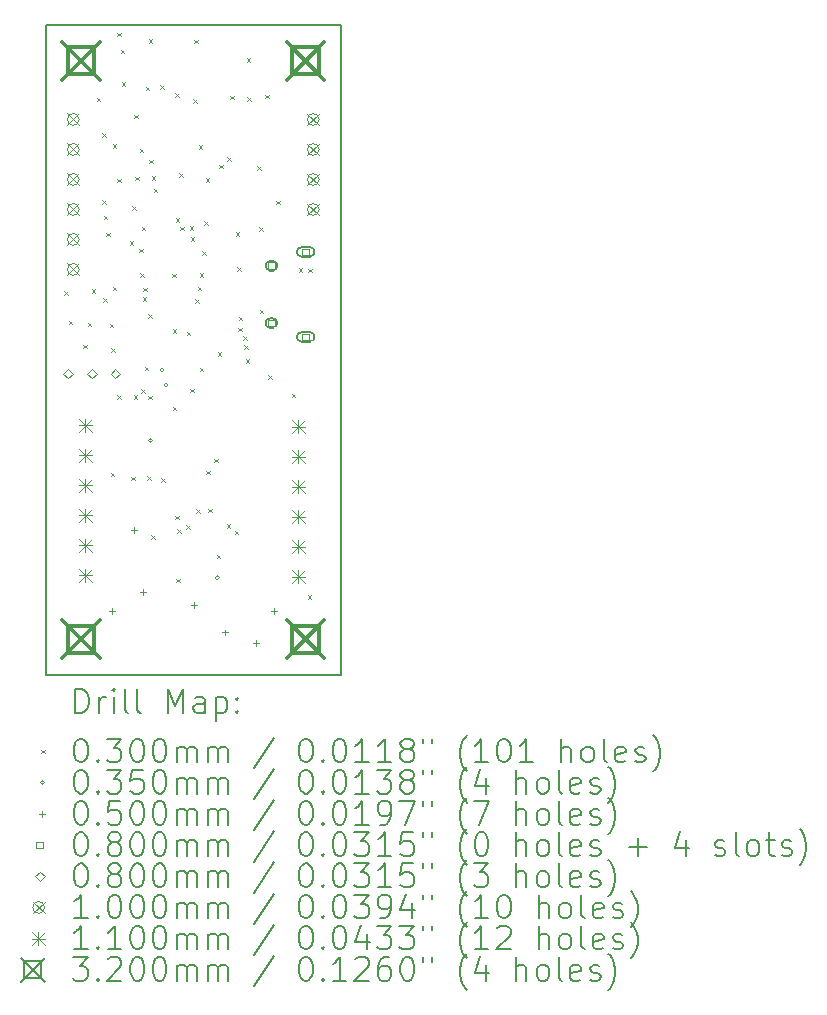
<source format=gbr>
%TF.GenerationSoftware,KiCad,Pcbnew,7.0.5*%
%TF.CreationDate,2023-12-16T01:16:10-08:00*%
%TF.ProjectId,Lyrav3,4c797261-7633-42e6-9b69-6361645f7063,rev?*%
%TF.SameCoordinates,Original*%
%TF.FileFunction,Drillmap*%
%TF.FilePolarity,Positive*%
%FSLAX45Y45*%
G04 Gerber Fmt 4.5, Leading zero omitted, Abs format (unit mm)*
G04 Created by KiCad (PCBNEW 7.0.5) date 2023-12-16 01:16:10*
%MOMM*%
%LPD*%
G01*
G04 APERTURE LIST*
%ADD10C,0.200000*%
%ADD11C,0.030000*%
%ADD12C,0.035000*%
%ADD13C,0.050000*%
%ADD14C,0.079999*%
%ADD15C,0.080000*%
%ADD16C,0.100000*%
%ADD17C,0.110000*%
%ADD18C,0.320000*%
G04 APERTURE END LIST*
D10*
X18360000Y-6402500D02*
X20860000Y-6402500D01*
X20860000Y-11902500D01*
X18360000Y-11902500D01*
X18360000Y-6402500D01*
D11*
X18516840Y-8656560D02*
X18546840Y-8686560D01*
X18546840Y-8656560D02*
X18516840Y-8686560D01*
X18556470Y-8906645D02*
X18586470Y-8936645D01*
X18586470Y-8906645D02*
X18556470Y-8936645D01*
X18680106Y-9109630D02*
X18710106Y-9139630D01*
X18710106Y-9109630D02*
X18680106Y-9139630D01*
X18714960Y-8920720D02*
X18744960Y-8950720D01*
X18744960Y-8920720D02*
X18714960Y-8950720D01*
X18749220Y-8636240D02*
X18779220Y-8666240D01*
X18779220Y-8636240D02*
X18749220Y-8666240D01*
X18791160Y-7015720D02*
X18821160Y-7045720D01*
X18821160Y-7015720D02*
X18791160Y-7045720D01*
X18836880Y-7315440D02*
X18866880Y-7345440D01*
X18866880Y-7315440D02*
X18836880Y-7345440D01*
X18836880Y-7884400D02*
X18866880Y-7914400D01*
X18866880Y-7884400D02*
X18836880Y-7914400D01*
X18845340Y-8712440D02*
X18875340Y-8742440D01*
X18875340Y-8712440D02*
X18845340Y-8742440D01*
X18852120Y-8016480D02*
X18882120Y-8046480D01*
X18882120Y-8016480D02*
X18852120Y-8046480D01*
X18872440Y-8158720D02*
X18902440Y-8188720D01*
X18902440Y-8158720D02*
X18872440Y-8188720D01*
X18902920Y-8930880D02*
X18932920Y-8960880D01*
X18932920Y-8930880D02*
X18902920Y-8960880D01*
X18909700Y-10192548D02*
X18939700Y-10222548D01*
X18939700Y-10192548D02*
X18909700Y-10222548D01*
X18913176Y-9139135D02*
X18943176Y-9169135D01*
X18943176Y-9139135D02*
X18913176Y-9169135D01*
X18928320Y-7411960D02*
X18958320Y-7441960D01*
X18958320Y-7411960D02*
X18928320Y-7441960D01*
X18928548Y-8615692D02*
X18958548Y-8645692D01*
X18958548Y-8615692D02*
X18928548Y-8645692D01*
X18963880Y-6467080D02*
X18993880Y-6497080D01*
X18993880Y-6467080D02*
X18963880Y-6497080D01*
X18963880Y-7701120D02*
X18993880Y-7731120D01*
X18993880Y-7701120D02*
X18963880Y-7731120D01*
X18963880Y-9535400D02*
X18993880Y-9565400D01*
X18993880Y-9535400D02*
X18963880Y-9565400D01*
X18994360Y-6609320D02*
X19024360Y-6639320D01*
X19024360Y-6609320D02*
X18994360Y-6639320D01*
X19004304Y-6885637D02*
X19034304Y-6915637D01*
X19034304Y-6885637D02*
X19004304Y-6915637D01*
X19070560Y-8229840D02*
X19100560Y-8259840D01*
X19100560Y-8229840D02*
X19070560Y-8259840D01*
X19084790Y-10226280D02*
X19114790Y-10256280D01*
X19114790Y-10226280D02*
X19084790Y-10256280D01*
X19090830Y-7936860D02*
X19120830Y-7966860D01*
X19120830Y-7936860D02*
X19090830Y-7966860D01*
X19106339Y-9536932D02*
X19136339Y-9566932D01*
X19136339Y-9536932D02*
X19106339Y-9566932D01*
X19108101Y-7159897D02*
X19138101Y-7189897D01*
X19138101Y-7159897D02*
X19108101Y-7189897D01*
X19119693Y-7684485D02*
X19149693Y-7714485D01*
X19149693Y-7684485D02*
X19119693Y-7714485D01*
X19150830Y-8294675D02*
X19180830Y-8324675D01*
X19180830Y-8294675D02*
X19150830Y-8324675D01*
X19156920Y-7447520D02*
X19186920Y-7477520D01*
X19186920Y-7447520D02*
X19156920Y-7477520D01*
X19160249Y-8500831D02*
X19190249Y-8530831D01*
X19190249Y-8500831D02*
X19160249Y-8530831D01*
X19167727Y-9485712D02*
X19197727Y-9515712D01*
X19197727Y-9485712D02*
X19167727Y-9515712D01*
X19171207Y-8108722D02*
X19201207Y-8138722D01*
X19201207Y-8108722D02*
X19171207Y-8138722D01*
X19182320Y-8707360D02*
X19212320Y-8737360D01*
X19212320Y-8707360D02*
X19182320Y-8737360D01*
X19185640Y-8626080D02*
X19215640Y-8656080D01*
X19215640Y-8626080D02*
X19185640Y-8656080D01*
X19197678Y-9292799D02*
X19227678Y-9322799D01*
X19227678Y-9292799D02*
X19197678Y-9322799D01*
X19205500Y-6924280D02*
X19235500Y-6954280D01*
X19235500Y-6924280D02*
X19205500Y-6954280D01*
X19217880Y-10221200D02*
X19247880Y-10251200D01*
X19247880Y-10221200D02*
X19217880Y-10251200D01*
X19227837Y-9538427D02*
X19257837Y-9568427D01*
X19257837Y-9538427D02*
X19227837Y-9568427D01*
X19228040Y-8848580D02*
X19258040Y-8878580D01*
X19258040Y-8848580D02*
X19228040Y-8878580D01*
X19233120Y-6522960D02*
X19263120Y-6552960D01*
X19263120Y-6522960D02*
X19233120Y-6552960D01*
X19236105Y-7541945D02*
X19266105Y-7571945D01*
X19266105Y-7541945D02*
X19236105Y-7571945D01*
X19253440Y-10719040D02*
X19283440Y-10749040D01*
X19283440Y-10719040D02*
X19253440Y-10749040D01*
X19259245Y-7680475D02*
X19289245Y-7710475D01*
X19289245Y-7680475D02*
X19259245Y-7710475D01*
X19273760Y-7787880D02*
X19303760Y-7817880D01*
X19303760Y-7787880D02*
X19273760Y-7817880D01*
X19329371Y-6909040D02*
X19359371Y-6939040D01*
X19359371Y-6909040D02*
X19329371Y-6939040D01*
X19339800Y-10236440D02*
X19369800Y-10266440D01*
X19369800Y-10236440D02*
X19339800Y-10266440D01*
X19431240Y-8505170D02*
X19461240Y-8535170D01*
X19461240Y-8505170D02*
X19431240Y-8535170D01*
X19436320Y-8976600D02*
X19466320Y-9006600D01*
X19466320Y-8976600D02*
X19436320Y-9006600D01*
X19436320Y-9632600D02*
X19466320Y-9662600D01*
X19466320Y-9632600D02*
X19436320Y-9662600D01*
X19456635Y-10556139D02*
X19486635Y-10586139D01*
X19486635Y-10556139D02*
X19456635Y-10586139D01*
X19456640Y-6980160D02*
X19486640Y-7010160D01*
X19486640Y-6980160D02*
X19456640Y-7010160D01*
X19461595Y-8037838D02*
X19491595Y-8067838D01*
X19491595Y-8037838D02*
X19461595Y-8067838D01*
X19466800Y-11089880D02*
X19496800Y-11119880D01*
X19496800Y-11089880D02*
X19466800Y-11119880D01*
X19475623Y-10668552D02*
X19505623Y-10698552D01*
X19505623Y-10668552D02*
X19475623Y-10698552D01*
X19488736Y-7657686D02*
X19518736Y-7687686D01*
X19518736Y-7657686D02*
X19488736Y-7687686D01*
X19497922Y-8109059D02*
X19527922Y-8139059D01*
X19527922Y-8109059D02*
X19497922Y-8139059D01*
X19549025Y-10636863D02*
X19579025Y-10666863D01*
X19579025Y-10636863D02*
X19549025Y-10666863D01*
X19553160Y-8998530D02*
X19583160Y-9028530D01*
X19583160Y-8998530D02*
X19553160Y-9028530D01*
X19577630Y-8102840D02*
X19607630Y-8132840D01*
X19607630Y-8102840D02*
X19577630Y-8132840D01*
X19583640Y-9479520D02*
X19613640Y-9509520D01*
X19613640Y-9479520D02*
X19583640Y-9509520D01*
X19587957Y-8197949D02*
X19617957Y-8227949D01*
X19617957Y-8197949D02*
X19587957Y-8227949D01*
X19609660Y-7030770D02*
X19639660Y-7060770D01*
X19639660Y-7030770D02*
X19609660Y-7060770D01*
X19619200Y-6525500D02*
X19649200Y-6555500D01*
X19649200Y-6525500D02*
X19619200Y-6555500D01*
X19626594Y-8723445D02*
X19656594Y-8753445D01*
X19656594Y-8723445D02*
X19626594Y-8753445D01*
X19634440Y-10500600D02*
X19664440Y-10530600D01*
X19664440Y-10500600D02*
X19634440Y-10530600D01*
X19645711Y-8616382D02*
X19675711Y-8646382D01*
X19675711Y-8616382D02*
X19645711Y-8646382D01*
X19655770Y-7417598D02*
X19685770Y-7447598D01*
X19685770Y-7417598D02*
X19655770Y-7447598D01*
X19664920Y-8504160D02*
X19694920Y-8534160D01*
X19694920Y-8504160D02*
X19664920Y-8534160D01*
X19664920Y-9301720D02*
X19694920Y-9331720D01*
X19694920Y-9301720D02*
X19664920Y-9331720D01*
X19685240Y-8316200D02*
X19715240Y-8346200D01*
X19715240Y-8316200D02*
X19685240Y-8346200D01*
X19700480Y-8062200D02*
X19730480Y-8092200D01*
X19730480Y-8062200D02*
X19700480Y-8092200D01*
X19715720Y-7696440D02*
X19745720Y-7726440D01*
X19745720Y-7696440D02*
X19715720Y-7726440D01*
X19720800Y-10175480D02*
X19750800Y-10205480D01*
X19750800Y-10175480D02*
X19720800Y-10205480D01*
X19736040Y-10495520D02*
X19766040Y-10525520D01*
X19766040Y-10495520D02*
X19736040Y-10525520D01*
X19786840Y-10073880D02*
X19816840Y-10103880D01*
X19816840Y-10073880D02*
X19786840Y-10103880D01*
X19807160Y-10886680D02*
X19837160Y-10916680D01*
X19837160Y-10886680D02*
X19807160Y-10916680D01*
X19817320Y-9169640D02*
X19847320Y-9199640D01*
X19847320Y-9169640D02*
X19817320Y-9199640D01*
X19827480Y-7584680D02*
X19857480Y-7614680D01*
X19857480Y-7584680D02*
X19827480Y-7614680D01*
X19893520Y-10627600D02*
X19923520Y-10657600D01*
X19923520Y-10627600D02*
X19893520Y-10657600D01*
X19894791Y-7519860D02*
X19924791Y-7549860D01*
X19924791Y-7519860D02*
X19894791Y-7549860D01*
X19921080Y-7000480D02*
X19951080Y-7030480D01*
X19951080Y-7000480D02*
X19921080Y-7030480D01*
X19959560Y-10683480D02*
X19989560Y-10713480D01*
X19989560Y-10683480D02*
X19959560Y-10713480D01*
X19969720Y-8153640D02*
X19999720Y-8183640D01*
X19999720Y-8153640D02*
X19969720Y-8183640D01*
X19979880Y-8453360D02*
X20009880Y-8483360D01*
X20009880Y-8453360D02*
X19979880Y-8483360D01*
X19991512Y-8964384D02*
X20021512Y-8994384D01*
X20021512Y-8964384D02*
X19991512Y-8994384D01*
X19995120Y-8869920D02*
X20025120Y-8899920D01*
X20025120Y-8869920D02*
X19995120Y-8899920D01*
X20031375Y-9033687D02*
X20061375Y-9063687D01*
X20061375Y-9033687D02*
X20031375Y-9063687D01*
X20042072Y-9112919D02*
X20072072Y-9142919D01*
X20072072Y-9112919D02*
X20042072Y-9142919D01*
X20055070Y-9230600D02*
X20085070Y-9260600D01*
X20085070Y-9230600D02*
X20055070Y-9260600D01*
X20061160Y-6680980D02*
X20091160Y-6710980D01*
X20091160Y-6680980D02*
X20061160Y-6710980D01*
X20064320Y-7010640D02*
X20094320Y-7040640D01*
X20094320Y-7010640D02*
X20064320Y-7040640D01*
X20152600Y-7594840D02*
X20182600Y-7624840D01*
X20182600Y-7594840D02*
X20152600Y-7624840D01*
X20169778Y-8114607D02*
X20199778Y-8144607D01*
X20199778Y-8114607D02*
X20169778Y-8144607D01*
X20173152Y-8812230D02*
X20203152Y-8842230D01*
X20203152Y-8812230D02*
X20173152Y-8842230D01*
X20218640Y-6990320D02*
X20248640Y-7020320D01*
X20248640Y-6990320D02*
X20218640Y-7020320D01*
X20243738Y-9366182D02*
X20273738Y-9396182D01*
X20273738Y-9366182D02*
X20243738Y-9396182D01*
X20310080Y-7889480D02*
X20340080Y-7919480D01*
X20340080Y-7889480D02*
X20310080Y-7919480D01*
X20443940Y-9524070D02*
X20473940Y-9554070D01*
X20473940Y-9524070D02*
X20443940Y-9554070D01*
X20503120Y-8458440D02*
X20533120Y-8488440D01*
X20533120Y-8458440D02*
X20503120Y-8488440D01*
X20579320Y-11227040D02*
X20609320Y-11257040D01*
X20609320Y-11227040D02*
X20579320Y-11257040D01*
X20582887Y-8463852D02*
X20612887Y-8493852D01*
X20612887Y-8463852D02*
X20582887Y-8493852D01*
D12*
X19265620Y-9921240D02*
G75*
G03*
X19265620Y-9921240I-17500J0D01*
G01*
X19362140Y-9321800D02*
G75*
G03*
X19362140Y-9321800I-17500J0D01*
G01*
X19396610Y-9448800D02*
G75*
G03*
X19396610Y-9448800I-17500J0D01*
G01*
X19829500Y-11080500D02*
G75*
G03*
X19829500Y-11080500I-17500J0D01*
G01*
D13*
X18917920Y-11336650D02*
X18917920Y-11386650D01*
X18892920Y-11361650D02*
X18942920Y-11361650D01*
X19106341Y-10653335D02*
X19106341Y-10703335D01*
X19081341Y-10678335D02*
X19131341Y-10678335D01*
X19187160Y-11176400D02*
X19187160Y-11226400D01*
X19162160Y-11201400D02*
X19212160Y-11201400D01*
X19613880Y-11288160D02*
X19613880Y-11338160D01*
X19588880Y-11313160D02*
X19638880Y-11313160D01*
X19878040Y-11519300D02*
X19878040Y-11569300D01*
X19853040Y-11544300D02*
X19903040Y-11544300D01*
X20143500Y-11608200D02*
X20143500Y-11658200D01*
X20118500Y-11633200D02*
X20168500Y-11633200D01*
X20290042Y-11336917D02*
X20290042Y-11386917D01*
X20265042Y-11361917D02*
X20315042Y-11361917D01*
D14*
X20299805Y-8468005D02*
X20299805Y-8411436D01*
X20243236Y-8411436D01*
X20243236Y-8468005D01*
X20299805Y-8468005D01*
D10*
X20281520Y-8399720D02*
X20261520Y-8399720D01*
X20261520Y-8399720D02*
G75*
G03*
X20261520Y-8479720I0J-40000D01*
G01*
X20261520Y-8479720D02*
X20281520Y-8479720D01*
X20281520Y-8479720D02*
G75*
G03*
X20281520Y-8399720I0J40000D01*
G01*
D14*
X20299805Y-8952005D02*
X20299805Y-8895436D01*
X20243236Y-8895436D01*
X20243236Y-8952005D01*
X20299805Y-8952005D01*
D10*
X20281520Y-8883720D02*
X20261520Y-8883720D01*
X20261520Y-8883720D02*
G75*
G03*
X20261520Y-8963720I0J-40000D01*
G01*
X20261520Y-8963720D02*
X20281520Y-8963720D01*
X20281520Y-8963720D02*
G75*
G03*
X20281520Y-8883720I0J40000D01*
G01*
D14*
X20589805Y-8350004D02*
X20589805Y-8293435D01*
X20533236Y-8293435D01*
X20533236Y-8350004D01*
X20589805Y-8350004D01*
D10*
X20596520Y-8281720D02*
X20526520Y-8281720D01*
X20526520Y-8281720D02*
G75*
G03*
X20526520Y-8361720I0J-40000D01*
G01*
X20526520Y-8361720D02*
X20596520Y-8361720D01*
X20596520Y-8361720D02*
G75*
G03*
X20596520Y-8281720I0J40000D01*
G01*
D14*
X20589805Y-9070005D02*
X20589805Y-9013436D01*
X20533236Y-9013436D01*
X20533236Y-9070005D01*
X20589805Y-9070005D01*
D10*
X20596520Y-9001720D02*
X20526520Y-9001720D01*
X20526520Y-9001720D02*
G75*
G03*
X20526520Y-9081720I0J-40000D01*
G01*
X20526520Y-9081720D02*
X20596520Y-9081720D01*
X20596520Y-9081720D02*
G75*
G03*
X20596520Y-9001720I0J40000D01*
G01*
D15*
X18550280Y-9392280D02*
X18590280Y-9352280D01*
X18550280Y-9312280D01*
X18510280Y-9352280D01*
X18550280Y-9392280D01*
X18750280Y-9392280D02*
X18790280Y-9352280D01*
X18750280Y-9312280D01*
X18710280Y-9352280D01*
X18750280Y-9392280D01*
X18950280Y-9392280D02*
X18990280Y-9352280D01*
X18950280Y-9312280D01*
X18910280Y-9352280D01*
X18950280Y-9392280D01*
D16*
X18542800Y-7149900D02*
X18642800Y-7249900D01*
X18642800Y-7149900D02*
X18542800Y-7249900D01*
X18642800Y-7199900D02*
G75*
G03*
X18642800Y-7199900I-50000J0D01*
G01*
X18542800Y-7403900D02*
X18642800Y-7503900D01*
X18642800Y-7403900D02*
X18542800Y-7503900D01*
X18642800Y-7453900D02*
G75*
G03*
X18642800Y-7453900I-50000J0D01*
G01*
X18542800Y-7657900D02*
X18642800Y-7757900D01*
X18642800Y-7657900D02*
X18542800Y-7757900D01*
X18642800Y-7707900D02*
G75*
G03*
X18642800Y-7707900I-50000J0D01*
G01*
X18542800Y-7911900D02*
X18642800Y-8011900D01*
X18642800Y-7911900D02*
X18542800Y-8011900D01*
X18642800Y-7961900D02*
G75*
G03*
X18642800Y-7961900I-50000J0D01*
G01*
X18542800Y-8165900D02*
X18642800Y-8265900D01*
X18642800Y-8165900D02*
X18542800Y-8265900D01*
X18642800Y-8215900D02*
G75*
G03*
X18642800Y-8215900I-50000J0D01*
G01*
X18542800Y-8419900D02*
X18642800Y-8519900D01*
X18642800Y-8419900D02*
X18542800Y-8519900D01*
X18642800Y-8469900D02*
G75*
G03*
X18642800Y-8469900I-50000J0D01*
G01*
X20574800Y-7150900D02*
X20674800Y-7250900D01*
X20674800Y-7150900D02*
X20574800Y-7250900D01*
X20674800Y-7200900D02*
G75*
G03*
X20674800Y-7200900I-50000J0D01*
G01*
X20574800Y-7404900D02*
X20674800Y-7504900D01*
X20674800Y-7404900D02*
X20574800Y-7504900D01*
X20674800Y-7454900D02*
G75*
G03*
X20674800Y-7454900I-50000J0D01*
G01*
X20574800Y-7658900D02*
X20674800Y-7758900D01*
X20674800Y-7658900D02*
X20574800Y-7758900D01*
X20674800Y-7708900D02*
G75*
G03*
X20674800Y-7708900I-50000J0D01*
G01*
X20574800Y-7912900D02*
X20674800Y-8012900D01*
X20674800Y-7912900D02*
X20574800Y-8012900D01*
X20674800Y-7962900D02*
G75*
G03*
X20674800Y-7962900I-50000J0D01*
G01*
D17*
X18639400Y-9736700D02*
X18749400Y-9846700D01*
X18749400Y-9736700D02*
X18639400Y-9846700D01*
X18694400Y-9736700D02*
X18694400Y-9846700D01*
X18639400Y-9791700D02*
X18749400Y-9791700D01*
X18639400Y-9990700D02*
X18749400Y-10100700D01*
X18749400Y-9990700D02*
X18639400Y-10100700D01*
X18694400Y-9990700D02*
X18694400Y-10100700D01*
X18639400Y-10045700D02*
X18749400Y-10045700D01*
X18639400Y-10244700D02*
X18749400Y-10354700D01*
X18749400Y-10244700D02*
X18639400Y-10354700D01*
X18694400Y-10244700D02*
X18694400Y-10354700D01*
X18639400Y-10299700D02*
X18749400Y-10299700D01*
X18639400Y-10498700D02*
X18749400Y-10608700D01*
X18749400Y-10498700D02*
X18639400Y-10608700D01*
X18694400Y-10498700D02*
X18694400Y-10608700D01*
X18639400Y-10553700D02*
X18749400Y-10553700D01*
X18639400Y-10752700D02*
X18749400Y-10862700D01*
X18749400Y-10752700D02*
X18639400Y-10862700D01*
X18694400Y-10752700D02*
X18694400Y-10862700D01*
X18639400Y-10807700D02*
X18749400Y-10807700D01*
X18639400Y-11006700D02*
X18749400Y-11116700D01*
X18749400Y-11006700D02*
X18639400Y-11116700D01*
X18694400Y-11006700D02*
X18694400Y-11116700D01*
X18639400Y-11061700D02*
X18749400Y-11061700D01*
X20442800Y-9749400D02*
X20552800Y-9859400D01*
X20552800Y-9749400D02*
X20442800Y-9859400D01*
X20497800Y-9749400D02*
X20497800Y-9859400D01*
X20442800Y-9804400D02*
X20552800Y-9804400D01*
X20442800Y-10003400D02*
X20552800Y-10113400D01*
X20552800Y-10003400D02*
X20442800Y-10113400D01*
X20497800Y-10003400D02*
X20497800Y-10113400D01*
X20442800Y-10058400D02*
X20552800Y-10058400D01*
X20442800Y-10257400D02*
X20552800Y-10367400D01*
X20552800Y-10257400D02*
X20442800Y-10367400D01*
X20497800Y-10257400D02*
X20497800Y-10367400D01*
X20442800Y-10312400D02*
X20552800Y-10312400D01*
X20442800Y-10511400D02*
X20552800Y-10621400D01*
X20552800Y-10511400D02*
X20442800Y-10621400D01*
X20497800Y-10511400D02*
X20497800Y-10621400D01*
X20442800Y-10566400D02*
X20552800Y-10566400D01*
X20442800Y-10765400D02*
X20552800Y-10875400D01*
X20552800Y-10765400D02*
X20442800Y-10875400D01*
X20497800Y-10765400D02*
X20497800Y-10875400D01*
X20442800Y-10820400D02*
X20552800Y-10820400D01*
X20442800Y-11019400D02*
X20552800Y-11129400D01*
X20552800Y-11019400D02*
X20442800Y-11129400D01*
X20497800Y-11019400D02*
X20497800Y-11129400D01*
X20442800Y-11074400D02*
X20552800Y-11074400D01*
D18*
X18500000Y-6542500D02*
X18820000Y-6862500D01*
X18820000Y-6542500D02*
X18500000Y-6862500D01*
X18773138Y-6815638D02*
X18773138Y-6589362D01*
X18546862Y-6589362D01*
X18546862Y-6815638D01*
X18773138Y-6815638D01*
X18500000Y-11442500D02*
X18820000Y-11762500D01*
X18820000Y-11442500D02*
X18500000Y-11762500D01*
X18773138Y-11715638D02*
X18773138Y-11489362D01*
X18546862Y-11489362D01*
X18546862Y-11715638D01*
X18773138Y-11715638D01*
X20400000Y-6542500D02*
X20720000Y-6862500D01*
X20720000Y-6542500D02*
X20400000Y-6862500D01*
X20673138Y-6815638D02*
X20673138Y-6589362D01*
X20446862Y-6589362D01*
X20446862Y-6815638D01*
X20673138Y-6815638D01*
X20400000Y-11442500D02*
X20720000Y-11762500D01*
X20720000Y-11442500D02*
X20400000Y-11762500D01*
X20673138Y-11715638D02*
X20673138Y-11489362D01*
X20446862Y-11489362D01*
X20446862Y-11715638D01*
X20673138Y-11715638D01*
D10*
X18610777Y-12223984D02*
X18610777Y-12023984D01*
X18610777Y-12023984D02*
X18658396Y-12023984D01*
X18658396Y-12023984D02*
X18686967Y-12033508D01*
X18686967Y-12033508D02*
X18706015Y-12052555D01*
X18706015Y-12052555D02*
X18715539Y-12071603D01*
X18715539Y-12071603D02*
X18725063Y-12109698D01*
X18725063Y-12109698D02*
X18725063Y-12138269D01*
X18725063Y-12138269D02*
X18715539Y-12176365D01*
X18715539Y-12176365D02*
X18706015Y-12195412D01*
X18706015Y-12195412D02*
X18686967Y-12214460D01*
X18686967Y-12214460D02*
X18658396Y-12223984D01*
X18658396Y-12223984D02*
X18610777Y-12223984D01*
X18810777Y-12223984D02*
X18810777Y-12090650D01*
X18810777Y-12128746D02*
X18820301Y-12109698D01*
X18820301Y-12109698D02*
X18829824Y-12100174D01*
X18829824Y-12100174D02*
X18848872Y-12090650D01*
X18848872Y-12090650D02*
X18867920Y-12090650D01*
X18934586Y-12223984D02*
X18934586Y-12090650D01*
X18934586Y-12023984D02*
X18925063Y-12033508D01*
X18925063Y-12033508D02*
X18934586Y-12043031D01*
X18934586Y-12043031D02*
X18944110Y-12033508D01*
X18944110Y-12033508D02*
X18934586Y-12023984D01*
X18934586Y-12023984D02*
X18934586Y-12043031D01*
X19058396Y-12223984D02*
X19039348Y-12214460D01*
X19039348Y-12214460D02*
X19029824Y-12195412D01*
X19029824Y-12195412D02*
X19029824Y-12023984D01*
X19163158Y-12223984D02*
X19144110Y-12214460D01*
X19144110Y-12214460D02*
X19134586Y-12195412D01*
X19134586Y-12195412D02*
X19134586Y-12023984D01*
X19391729Y-12223984D02*
X19391729Y-12023984D01*
X19391729Y-12023984D02*
X19458396Y-12166841D01*
X19458396Y-12166841D02*
X19525063Y-12023984D01*
X19525063Y-12023984D02*
X19525063Y-12223984D01*
X19706015Y-12223984D02*
X19706015Y-12119222D01*
X19706015Y-12119222D02*
X19696491Y-12100174D01*
X19696491Y-12100174D02*
X19677444Y-12090650D01*
X19677444Y-12090650D02*
X19639348Y-12090650D01*
X19639348Y-12090650D02*
X19620301Y-12100174D01*
X19706015Y-12214460D02*
X19686967Y-12223984D01*
X19686967Y-12223984D02*
X19639348Y-12223984D01*
X19639348Y-12223984D02*
X19620301Y-12214460D01*
X19620301Y-12214460D02*
X19610777Y-12195412D01*
X19610777Y-12195412D02*
X19610777Y-12176365D01*
X19610777Y-12176365D02*
X19620301Y-12157317D01*
X19620301Y-12157317D02*
X19639348Y-12147793D01*
X19639348Y-12147793D02*
X19686967Y-12147793D01*
X19686967Y-12147793D02*
X19706015Y-12138269D01*
X19801253Y-12090650D02*
X19801253Y-12290650D01*
X19801253Y-12100174D02*
X19820301Y-12090650D01*
X19820301Y-12090650D02*
X19858396Y-12090650D01*
X19858396Y-12090650D02*
X19877444Y-12100174D01*
X19877444Y-12100174D02*
X19886967Y-12109698D01*
X19886967Y-12109698D02*
X19896491Y-12128746D01*
X19896491Y-12128746D02*
X19896491Y-12185888D01*
X19896491Y-12185888D02*
X19886967Y-12204936D01*
X19886967Y-12204936D02*
X19877444Y-12214460D01*
X19877444Y-12214460D02*
X19858396Y-12223984D01*
X19858396Y-12223984D02*
X19820301Y-12223984D01*
X19820301Y-12223984D02*
X19801253Y-12214460D01*
X19982205Y-12204936D02*
X19991729Y-12214460D01*
X19991729Y-12214460D02*
X19982205Y-12223984D01*
X19982205Y-12223984D02*
X19972682Y-12214460D01*
X19972682Y-12214460D02*
X19982205Y-12204936D01*
X19982205Y-12204936D02*
X19982205Y-12223984D01*
X19982205Y-12100174D02*
X19991729Y-12109698D01*
X19991729Y-12109698D02*
X19982205Y-12119222D01*
X19982205Y-12119222D02*
X19972682Y-12109698D01*
X19972682Y-12109698D02*
X19982205Y-12100174D01*
X19982205Y-12100174D02*
X19982205Y-12119222D01*
D11*
X18320000Y-12537500D02*
X18350000Y-12567500D01*
X18350000Y-12537500D02*
X18320000Y-12567500D01*
D10*
X18648872Y-12443984D02*
X18667920Y-12443984D01*
X18667920Y-12443984D02*
X18686967Y-12453508D01*
X18686967Y-12453508D02*
X18696491Y-12463031D01*
X18696491Y-12463031D02*
X18706015Y-12482079D01*
X18706015Y-12482079D02*
X18715539Y-12520174D01*
X18715539Y-12520174D02*
X18715539Y-12567793D01*
X18715539Y-12567793D02*
X18706015Y-12605888D01*
X18706015Y-12605888D02*
X18696491Y-12624936D01*
X18696491Y-12624936D02*
X18686967Y-12634460D01*
X18686967Y-12634460D02*
X18667920Y-12643984D01*
X18667920Y-12643984D02*
X18648872Y-12643984D01*
X18648872Y-12643984D02*
X18629824Y-12634460D01*
X18629824Y-12634460D02*
X18620301Y-12624936D01*
X18620301Y-12624936D02*
X18610777Y-12605888D01*
X18610777Y-12605888D02*
X18601253Y-12567793D01*
X18601253Y-12567793D02*
X18601253Y-12520174D01*
X18601253Y-12520174D02*
X18610777Y-12482079D01*
X18610777Y-12482079D02*
X18620301Y-12463031D01*
X18620301Y-12463031D02*
X18629824Y-12453508D01*
X18629824Y-12453508D02*
X18648872Y-12443984D01*
X18801253Y-12624936D02*
X18810777Y-12634460D01*
X18810777Y-12634460D02*
X18801253Y-12643984D01*
X18801253Y-12643984D02*
X18791729Y-12634460D01*
X18791729Y-12634460D02*
X18801253Y-12624936D01*
X18801253Y-12624936D02*
X18801253Y-12643984D01*
X18877444Y-12443984D02*
X19001253Y-12443984D01*
X19001253Y-12443984D02*
X18934586Y-12520174D01*
X18934586Y-12520174D02*
X18963158Y-12520174D01*
X18963158Y-12520174D02*
X18982205Y-12529698D01*
X18982205Y-12529698D02*
X18991729Y-12539222D01*
X18991729Y-12539222D02*
X19001253Y-12558269D01*
X19001253Y-12558269D02*
X19001253Y-12605888D01*
X19001253Y-12605888D02*
X18991729Y-12624936D01*
X18991729Y-12624936D02*
X18982205Y-12634460D01*
X18982205Y-12634460D02*
X18963158Y-12643984D01*
X18963158Y-12643984D02*
X18906015Y-12643984D01*
X18906015Y-12643984D02*
X18886967Y-12634460D01*
X18886967Y-12634460D02*
X18877444Y-12624936D01*
X19125063Y-12443984D02*
X19144110Y-12443984D01*
X19144110Y-12443984D02*
X19163158Y-12453508D01*
X19163158Y-12453508D02*
X19172682Y-12463031D01*
X19172682Y-12463031D02*
X19182205Y-12482079D01*
X19182205Y-12482079D02*
X19191729Y-12520174D01*
X19191729Y-12520174D02*
X19191729Y-12567793D01*
X19191729Y-12567793D02*
X19182205Y-12605888D01*
X19182205Y-12605888D02*
X19172682Y-12624936D01*
X19172682Y-12624936D02*
X19163158Y-12634460D01*
X19163158Y-12634460D02*
X19144110Y-12643984D01*
X19144110Y-12643984D02*
X19125063Y-12643984D01*
X19125063Y-12643984D02*
X19106015Y-12634460D01*
X19106015Y-12634460D02*
X19096491Y-12624936D01*
X19096491Y-12624936D02*
X19086967Y-12605888D01*
X19086967Y-12605888D02*
X19077444Y-12567793D01*
X19077444Y-12567793D02*
X19077444Y-12520174D01*
X19077444Y-12520174D02*
X19086967Y-12482079D01*
X19086967Y-12482079D02*
X19096491Y-12463031D01*
X19096491Y-12463031D02*
X19106015Y-12453508D01*
X19106015Y-12453508D02*
X19125063Y-12443984D01*
X19315539Y-12443984D02*
X19334586Y-12443984D01*
X19334586Y-12443984D02*
X19353634Y-12453508D01*
X19353634Y-12453508D02*
X19363158Y-12463031D01*
X19363158Y-12463031D02*
X19372682Y-12482079D01*
X19372682Y-12482079D02*
X19382205Y-12520174D01*
X19382205Y-12520174D02*
X19382205Y-12567793D01*
X19382205Y-12567793D02*
X19372682Y-12605888D01*
X19372682Y-12605888D02*
X19363158Y-12624936D01*
X19363158Y-12624936D02*
X19353634Y-12634460D01*
X19353634Y-12634460D02*
X19334586Y-12643984D01*
X19334586Y-12643984D02*
X19315539Y-12643984D01*
X19315539Y-12643984D02*
X19296491Y-12634460D01*
X19296491Y-12634460D02*
X19286967Y-12624936D01*
X19286967Y-12624936D02*
X19277444Y-12605888D01*
X19277444Y-12605888D02*
X19267920Y-12567793D01*
X19267920Y-12567793D02*
X19267920Y-12520174D01*
X19267920Y-12520174D02*
X19277444Y-12482079D01*
X19277444Y-12482079D02*
X19286967Y-12463031D01*
X19286967Y-12463031D02*
X19296491Y-12453508D01*
X19296491Y-12453508D02*
X19315539Y-12443984D01*
X19467920Y-12643984D02*
X19467920Y-12510650D01*
X19467920Y-12529698D02*
X19477444Y-12520174D01*
X19477444Y-12520174D02*
X19496491Y-12510650D01*
X19496491Y-12510650D02*
X19525063Y-12510650D01*
X19525063Y-12510650D02*
X19544110Y-12520174D01*
X19544110Y-12520174D02*
X19553634Y-12539222D01*
X19553634Y-12539222D02*
X19553634Y-12643984D01*
X19553634Y-12539222D02*
X19563158Y-12520174D01*
X19563158Y-12520174D02*
X19582205Y-12510650D01*
X19582205Y-12510650D02*
X19610777Y-12510650D01*
X19610777Y-12510650D02*
X19629825Y-12520174D01*
X19629825Y-12520174D02*
X19639348Y-12539222D01*
X19639348Y-12539222D02*
X19639348Y-12643984D01*
X19734586Y-12643984D02*
X19734586Y-12510650D01*
X19734586Y-12529698D02*
X19744110Y-12520174D01*
X19744110Y-12520174D02*
X19763158Y-12510650D01*
X19763158Y-12510650D02*
X19791729Y-12510650D01*
X19791729Y-12510650D02*
X19810777Y-12520174D01*
X19810777Y-12520174D02*
X19820301Y-12539222D01*
X19820301Y-12539222D02*
X19820301Y-12643984D01*
X19820301Y-12539222D02*
X19829825Y-12520174D01*
X19829825Y-12520174D02*
X19848872Y-12510650D01*
X19848872Y-12510650D02*
X19877444Y-12510650D01*
X19877444Y-12510650D02*
X19896491Y-12520174D01*
X19896491Y-12520174D02*
X19906015Y-12539222D01*
X19906015Y-12539222D02*
X19906015Y-12643984D01*
X20296491Y-12434460D02*
X20125063Y-12691603D01*
X20553634Y-12443984D02*
X20572682Y-12443984D01*
X20572682Y-12443984D02*
X20591729Y-12453508D01*
X20591729Y-12453508D02*
X20601253Y-12463031D01*
X20601253Y-12463031D02*
X20610777Y-12482079D01*
X20610777Y-12482079D02*
X20620301Y-12520174D01*
X20620301Y-12520174D02*
X20620301Y-12567793D01*
X20620301Y-12567793D02*
X20610777Y-12605888D01*
X20610777Y-12605888D02*
X20601253Y-12624936D01*
X20601253Y-12624936D02*
X20591729Y-12634460D01*
X20591729Y-12634460D02*
X20572682Y-12643984D01*
X20572682Y-12643984D02*
X20553634Y-12643984D01*
X20553634Y-12643984D02*
X20534587Y-12634460D01*
X20534587Y-12634460D02*
X20525063Y-12624936D01*
X20525063Y-12624936D02*
X20515539Y-12605888D01*
X20515539Y-12605888D02*
X20506015Y-12567793D01*
X20506015Y-12567793D02*
X20506015Y-12520174D01*
X20506015Y-12520174D02*
X20515539Y-12482079D01*
X20515539Y-12482079D02*
X20525063Y-12463031D01*
X20525063Y-12463031D02*
X20534587Y-12453508D01*
X20534587Y-12453508D02*
X20553634Y-12443984D01*
X20706015Y-12624936D02*
X20715539Y-12634460D01*
X20715539Y-12634460D02*
X20706015Y-12643984D01*
X20706015Y-12643984D02*
X20696491Y-12634460D01*
X20696491Y-12634460D02*
X20706015Y-12624936D01*
X20706015Y-12624936D02*
X20706015Y-12643984D01*
X20839348Y-12443984D02*
X20858396Y-12443984D01*
X20858396Y-12443984D02*
X20877444Y-12453508D01*
X20877444Y-12453508D02*
X20886968Y-12463031D01*
X20886968Y-12463031D02*
X20896491Y-12482079D01*
X20896491Y-12482079D02*
X20906015Y-12520174D01*
X20906015Y-12520174D02*
X20906015Y-12567793D01*
X20906015Y-12567793D02*
X20896491Y-12605888D01*
X20896491Y-12605888D02*
X20886968Y-12624936D01*
X20886968Y-12624936D02*
X20877444Y-12634460D01*
X20877444Y-12634460D02*
X20858396Y-12643984D01*
X20858396Y-12643984D02*
X20839348Y-12643984D01*
X20839348Y-12643984D02*
X20820301Y-12634460D01*
X20820301Y-12634460D02*
X20810777Y-12624936D01*
X20810777Y-12624936D02*
X20801253Y-12605888D01*
X20801253Y-12605888D02*
X20791729Y-12567793D01*
X20791729Y-12567793D02*
X20791729Y-12520174D01*
X20791729Y-12520174D02*
X20801253Y-12482079D01*
X20801253Y-12482079D02*
X20810777Y-12463031D01*
X20810777Y-12463031D02*
X20820301Y-12453508D01*
X20820301Y-12453508D02*
X20839348Y-12443984D01*
X21096491Y-12643984D02*
X20982206Y-12643984D01*
X21039348Y-12643984D02*
X21039348Y-12443984D01*
X21039348Y-12443984D02*
X21020301Y-12472555D01*
X21020301Y-12472555D02*
X21001253Y-12491603D01*
X21001253Y-12491603D02*
X20982206Y-12501127D01*
X21286968Y-12643984D02*
X21172682Y-12643984D01*
X21229825Y-12643984D02*
X21229825Y-12443984D01*
X21229825Y-12443984D02*
X21210777Y-12472555D01*
X21210777Y-12472555D02*
X21191729Y-12491603D01*
X21191729Y-12491603D02*
X21172682Y-12501127D01*
X21401253Y-12529698D02*
X21382206Y-12520174D01*
X21382206Y-12520174D02*
X21372682Y-12510650D01*
X21372682Y-12510650D02*
X21363158Y-12491603D01*
X21363158Y-12491603D02*
X21363158Y-12482079D01*
X21363158Y-12482079D02*
X21372682Y-12463031D01*
X21372682Y-12463031D02*
X21382206Y-12453508D01*
X21382206Y-12453508D02*
X21401253Y-12443984D01*
X21401253Y-12443984D02*
X21439349Y-12443984D01*
X21439349Y-12443984D02*
X21458396Y-12453508D01*
X21458396Y-12453508D02*
X21467920Y-12463031D01*
X21467920Y-12463031D02*
X21477444Y-12482079D01*
X21477444Y-12482079D02*
X21477444Y-12491603D01*
X21477444Y-12491603D02*
X21467920Y-12510650D01*
X21467920Y-12510650D02*
X21458396Y-12520174D01*
X21458396Y-12520174D02*
X21439349Y-12529698D01*
X21439349Y-12529698D02*
X21401253Y-12529698D01*
X21401253Y-12529698D02*
X21382206Y-12539222D01*
X21382206Y-12539222D02*
X21372682Y-12548746D01*
X21372682Y-12548746D02*
X21363158Y-12567793D01*
X21363158Y-12567793D02*
X21363158Y-12605888D01*
X21363158Y-12605888D02*
X21372682Y-12624936D01*
X21372682Y-12624936D02*
X21382206Y-12634460D01*
X21382206Y-12634460D02*
X21401253Y-12643984D01*
X21401253Y-12643984D02*
X21439349Y-12643984D01*
X21439349Y-12643984D02*
X21458396Y-12634460D01*
X21458396Y-12634460D02*
X21467920Y-12624936D01*
X21467920Y-12624936D02*
X21477444Y-12605888D01*
X21477444Y-12605888D02*
X21477444Y-12567793D01*
X21477444Y-12567793D02*
X21467920Y-12548746D01*
X21467920Y-12548746D02*
X21458396Y-12539222D01*
X21458396Y-12539222D02*
X21439349Y-12529698D01*
X21553634Y-12443984D02*
X21553634Y-12482079D01*
X21629825Y-12443984D02*
X21629825Y-12482079D01*
X21925063Y-12720174D02*
X21915539Y-12710650D01*
X21915539Y-12710650D02*
X21896491Y-12682079D01*
X21896491Y-12682079D02*
X21886968Y-12663031D01*
X21886968Y-12663031D02*
X21877444Y-12634460D01*
X21877444Y-12634460D02*
X21867920Y-12586841D01*
X21867920Y-12586841D02*
X21867920Y-12548746D01*
X21867920Y-12548746D02*
X21877444Y-12501127D01*
X21877444Y-12501127D02*
X21886968Y-12472555D01*
X21886968Y-12472555D02*
X21896491Y-12453508D01*
X21896491Y-12453508D02*
X21915539Y-12424936D01*
X21915539Y-12424936D02*
X21925063Y-12415412D01*
X22106015Y-12643984D02*
X21991730Y-12643984D01*
X22048872Y-12643984D02*
X22048872Y-12443984D01*
X22048872Y-12443984D02*
X22029825Y-12472555D01*
X22029825Y-12472555D02*
X22010777Y-12491603D01*
X22010777Y-12491603D02*
X21991730Y-12501127D01*
X22229825Y-12443984D02*
X22248872Y-12443984D01*
X22248872Y-12443984D02*
X22267920Y-12453508D01*
X22267920Y-12453508D02*
X22277444Y-12463031D01*
X22277444Y-12463031D02*
X22286968Y-12482079D01*
X22286968Y-12482079D02*
X22296491Y-12520174D01*
X22296491Y-12520174D02*
X22296491Y-12567793D01*
X22296491Y-12567793D02*
X22286968Y-12605888D01*
X22286968Y-12605888D02*
X22277444Y-12624936D01*
X22277444Y-12624936D02*
X22267920Y-12634460D01*
X22267920Y-12634460D02*
X22248872Y-12643984D01*
X22248872Y-12643984D02*
X22229825Y-12643984D01*
X22229825Y-12643984D02*
X22210777Y-12634460D01*
X22210777Y-12634460D02*
X22201253Y-12624936D01*
X22201253Y-12624936D02*
X22191730Y-12605888D01*
X22191730Y-12605888D02*
X22182206Y-12567793D01*
X22182206Y-12567793D02*
X22182206Y-12520174D01*
X22182206Y-12520174D02*
X22191730Y-12482079D01*
X22191730Y-12482079D02*
X22201253Y-12463031D01*
X22201253Y-12463031D02*
X22210777Y-12453508D01*
X22210777Y-12453508D02*
X22229825Y-12443984D01*
X22486968Y-12643984D02*
X22372682Y-12643984D01*
X22429825Y-12643984D02*
X22429825Y-12443984D01*
X22429825Y-12443984D02*
X22410777Y-12472555D01*
X22410777Y-12472555D02*
X22391729Y-12491603D01*
X22391729Y-12491603D02*
X22372682Y-12501127D01*
X22725063Y-12643984D02*
X22725063Y-12443984D01*
X22810777Y-12643984D02*
X22810777Y-12539222D01*
X22810777Y-12539222D02*
X22801253Y-12520174D01*
X22801253Y-12520174D02*
X22782206Y-12510650D01*
X22782206Y-12510650D02*
X22753634Y-12510650D01*
X22753634Y-12510650D02*
X22734587Y-12520174D01*
X22734587Y-12520174D02*
X22725063Y-12529698D01*
X22934587Y-12643984D02*
X22915539Y-12634460D01*
X22915539Y-12634460D02*
X22906015Y-12624936D01*
X22906015Y-12624936D02*
X22896491Y-12605888D01*
X22896491Y-12605888D02*
X22896491Y-12548746D01*
X22896491Y-12548746D02*
X22906015Y-12529698D01*
X22906015Y-12529698D02*
X22915539Y-12520174D01*
X22915539Y-12520174D02*
X22934587Y-12510650D01*
X22934587Y-12510650D02*
X22963158Y-12510650D01*
X22963158Y-12510650D02*
X22982206Y-12520174D01*
X22982206Y-12520174D02*
X22991730Y-12529698D01*
X22991730Y-12529698D02*
X23001253Y-12548746D01*
X23001253Y-12548746D02*
X23001253Y-12605888D01*
X23001253Y-12605888D02*
X22991730Y-12624936D01*
X22991730Y-12624936D02*
X22982206Y-12634460D01*
X22982206Y-12634460D02*
X22963158Y-12643984D01*
X22963158Y-12643984D02*
X22934587Y-12643984D01*
X23115539Y-12643984D02*
X23096491Y-12634460D01*
X23096491Y-12634460D02*
X23086968Y-12615412D01*
X23086968Y-12615412D02*
X23086968Y-12443984D01*
X23267920Y-12634460D02*
X23248872Y-12643984D01*
X23248872Y-12643984D02*
X23210777Y-12643984D01*
X23210777Y-12643984D02*
X23191730Y-12634460D01*
X23191730Y-12634460D02*
X23182206Y-12615412D01*
X23182206Y-12615412D02*
X23182206Y-12539222D01*
X23182206Y-12539222D02*
X23191730Y-12520174D01*
X23191730Y-12520174D02*
X23210777Y-12510650D01*
X23210777Y-12510650D02*
X23248872Y-12510650D01*
X23248872Y-12510650D02*
X23267920Y-12520174D01*
X23267920Y-12520174D02*
X23277444Y-12539222D01*
X23277444Y-12539222D02*
X23277444Y-12558269D01*
X23277444Y-12558269D02*
X23182206Y-12577317D01*
X23353634Y-12634460D02*
X23372682Y-12643984D01*
X23372682Y-12643984D02*
X23410777Y-12643984D01*
X23410777Y-12643984D02*
X23429825Y-12634460D01*
X23429825Y-12634460D02*
X23439349Y-12615412D01*
X23439349Y-12615412D02*
X23439349Y-12605888D01*
X23439349Y-12605888D02*
X23429825Y-12586841D01*
X23429825Y-12586841D02*
X23410777Y-12577317D01*
X23410777Y-12577317D02*
X23382206Y-12577317D01*
X23382206Y-12577317D02*
X23363158Y-12567793D01*
X23363158Y-12567793D02*
X23353634Y-12548746D01*
X23353634Y-12548746D02*
X23353634Y-12539222D01*
X23353634Y-12539222D02*
X23363158Y-12520174D01*
X23363158Y-12520174D02*
X23382206Y-12510650D01*
X23382206Y-12510650D02*
X23410777Y-12510650D01*
X23410777Y-12510650D02*
X23429825Y-12520174D01*
X23506015Y-12720174D02*
X23515539Y-12710650D01*
X23515539Y-12710650D02*
X23534587Y-12682079D01*
X23534587Y-12682079D02*
X23544111Y-12663031D01*
X23544111Y-12663031D02*
X23553634Y-12634460D01*
X23553634Y-12634460D02*
X23563158Y-12586841D01*
X23563158Y-12586841D02*
X23563158Y-12548746D01*
X23563158Y-12548746D02*
X23553634Y-12501127D01*
X23553634Y-12501127D02*
X23544111Y-12472555D01*
X23544111Y-12472555D02*
X23534587Y-12453508D01*
X23534587Y-12453508D02*
X23515539Y-12424936D01*
X23515539Y-12424936D02*
X23506015Y-12415412D01*
D12*
X18350000Y-12816500D02*
G75*
G03*
X18350000Y-12816500I-17500J0D01*
G01*
D10*
X18648872Y-12707984D02*
X18667920Y-12707984D01*
X18667920Y-12707984D02*
X18686967Y-12717508D01*
X18686967Y-12717508D02*
X18696491Y-12727031D01*
X18696491Y-12727031D02*
X18706015Y-12746079D01*
X18706015Y-12746079D02*
X18715539Y-12784174D01*
X18715539Y-12784174D02*
X18715539Y-12831793D01*
X18715539Y-12831793D02*
X18706015Y-12869888D01*
X18706015Y-12869888D02*
X18696491Y-12888936D01*
X18696491Y-12888936D02*
X18686967Y-12898460D01*
X18686967Y-12898460D02*
X18667920Y-12907984D01*
X18667920Y-12907984D02*
X18648872Y-12907984D01*
X18648872Y-12907984D02*
X18629824Y-12898460D01*
X18629824Y-12898460D02*
X18620301Y-12888936D01*
X18620301Y-12888936D02*
X18610777Y-12869888D01*
X18610777Y-12869888D02*
X18601253Y-12831793D01*
X18601253Y-12831793D02*
X18601253Y-12784174D01*
X18601253Y-12784174D02*
X18610777Y-12746079D01*
X18610777Y-12746079D02*
X18620301Y-12727031D01*
X18620301Y-12727031D02*
X18629824Y-12717508D01*
X18629824Y-12717508D02*
X18648872Y-12707984D01*
X18801253Y-12888936D02*
X18810777Y-12898460D01*
X18810777Y-12898460D02*
X18801253Y-12907984D01*
X18801253Y-12907984D02*
X18791729Y-12898460D01*
X18791729Y-12898460D02*
X18801253Y-12888936D01*
X18801253Y-12888936D02*
X18801253Y-12907984D01*
X18877444Y-12707984D02*
X19001253Y-12707984D01*
X19001253Y-12707984D02*
X18934586Y-12784174D01*
X18934586Y-12784174D02*
X18963158Y-12784174D01*
X18963158Y-12784174D02*
X18982205Y-12793698D01*
X18982205Y-12793698D02*
X18991729Y-12803222D01*
X18991729Y-12803222D02*
X19001253Y-12822269D01*
X19001253Y-12822269D02*
X19001253Y-12869888D01*
X19001253Y-12869888D02*
X18991729Y-12888936D01*
X18991729Y-12888936D02*
X18982205Y-12898460D01*
X18982205Y-12898460D02*
X18963158Y-12907984D01*
X18963158Y-12907984D02*
X18906015Y-12907984D01*
X18906015Y-12907984D02*
X18886967Y-12898460D01*
X18886967Y-12898460D02*
X18877444Y-12888936D01*
X19182205Y-12707984D02*
X19086967Y-12707984D01*
X19086967Y-12707984D02*
X19077444Y-12803222D01*
X19077444Y-12803222D02*
X19086967Y-12793698D01*
X19086967Y-12793698D02*
X19106015Y-12784174D01*
X19106015Y-12784174D02*
X19153634Y-12784174D01*
X19153634Y-12784174D02*
X19172682Y-12793698D01*
X19172682Y-12793698D02*
X19182205Y-12803222D01*
X19182205Y-12803222D02*
X19191729Y-12822269D01*
X19191729Y-12822269D02*
X19191729Y-12869888D01*
X19191729Y-12869888D02*
X19182205Y-12888936D01*
X19182205Y-12888936D02*
X19172682Y-12898460D01*
X19172682Y-12898460D02*
X19153634Y-12907984D01*
X19153634Y-12907984D02*
X19106015Y-12907984D01*
X19106015Y-12907984D02*
X19086967Y-12898460D01*
X19086967Y-12898460D02*
X19077444Y-12888936D01*
X19315539Y-12707984D02*
X19334586Y-12707984D01*
X19334586Y-12707984D02*
X19353634Y-12717508D01*
X19353634Y-12717508D02*
X19363158Y-12727031D01*
X19363158Y-12727031D02*
X19372682Y-12746079D01*
X19372682Y-12746079D02*
X19382205Y-12784174D01*
X19382205Y-12784174D02*
X19382205Y-12831793D01*
X19382205Y-12831793D02*
X19372682Y-12869888D01*
X19372682Y-12869888D02*
X19363158Y-12888936D01*
X19363158Y-12888936D02*
X19353634Y-12898460D01*
X19353634Y-12898460D02*
X19334586Y-12907984D01*
X19334586Y-12907984D02*
X19315539Y-12907984D01*
X19315539Y-12907984D02*
X19296491Y-12898460D01*
X19296491Y-12898460D02*
X19286967Y-12888936D01*
X19286967Y-12888936D02*
X19277444Y-12869888D01*
X19277444Y-12869888D02*
X19267920Y-12831793D01*
X19267920Y-12831793D02*
X19267920Y-12784174D01*
X19267920Y-12784174D02*
X19277444Y-12746079D01*
X19277444Y-12746079D02*
X19286967Y-12727031D01*
X19286967Y-12727031D02*
X19296491Y-12717508D01*
X19296491Y-12717508D02*
X19315539Y-12707984D01*
X19467920Y-12907984D02*
X19467920Y-12774650D01*
X19467920Y-12793698D02*
X19477444Y-12784174D01*
X19477444Y-12784174D02*
X19496491Y-12774650D01*
X19496491Y-12774650D02*
X19525063Y-12774650D01*
X19525063Y-12774650D02*
X19544110Y-12784174D01*
X19544110Y-12784174D02*
X19553634Y-12803222D01*
X19553634Y-12803222D02*
X19553634Y-12907984D01*
X19553634Y-12803222D02*
X19563158Y-12784174D01*
X19563158Y-12784174D02*
X19582205Y-12774650D01*
X19582205Y-12774650D02*
X19610777Y-12774650D01*
X19610777Y-12774650D02*
X19629825Y-12784174D01*
X19629825Y-12784174D02*
X19639348Y-12803222D01*
X19639348Y-12803222D02*
X19639348Y-12907984D01*
X19734586Y-12907984D02*
X19734586Y-12774650D01*
X19734586Y-12793698D02*
X19744110Y-12784174D01*
X19744110Y-12784174D02*
X19763158Y-12774650D01*
X19763158Y-12774650D02*
X19791729Y-12774650D01*
X19791729Y-12774650D02*
X19810777Y-12784174D01*
X19810777Y-12784174D02*
X19820301Y-12803222D01*
X19820301Y-12803222D02*
X19820301Y-12907984D01*
X19820301Y-12803222D02*
X19829825Y-12784174D01*
X19829825Y-12784174D02*
X19848872Y-12774650D01*
X19848872Y-12774650D02*
X19877444Y-12774650D01*
X19877444Y-12774650D02*
X19896491Y-12784174D01*
X19896491Y-12784174D02*
X19906015Y-12803222D01*
X19906015Y-12803222D02*
X19906015Y-12907984D01*
X20296491Y-12698460D02*
X20125063Y-12955603D01*
X20553634Y-12707984D02*
X20572682Y-12707984D01*
X20572682Y-12707984D02*
X20591729Y-12717508D01*
X20591729Y-12717508D02*
X20601253Y-12727031D01*
X20601253Y-12727031D02*
X20610777Y-12746079D01*
X20610777Y-12746079D02*
X20620301Y-12784174D01*
X20620301Y-12784174D02*
X20620301Y-12831793D01*
X20620301Y-12831793D02*
X20610777Y-12869888D01*
X20610777Y-12869888D02*
X20601253Y-12888936D01*
X20601253Y-12888936D02*
X20591729Y-12898460D01*
X20591729Y-12898460D02*
X20572682Y-12907984D01*
X20572682Y-12907984D02*
X20553634Y-12907984D01*
X20553634Y-12907984D02*
X20534587Y-12898460D01*
X20534587Y-12898460D02*
X20525063Y-12888936D01*
X20525063Y-12888936D02*
X20515539Y-12869888D01*
X20515539Y-12869888D02*
X20506015Y-12831793D01*
X20506015Y-12831793D02*
X20506015Y-12784174D01*
X20506015Y-12784174D02*
X20515539Y-12746079D01*
X20515539Y-12746079D02*
X20525063Y-12727031D01*
X20525063Y-12727031D02*
X20534587Y-12717508D01*
X20534587Y-12717508D02*
X20553634Y-12707984D01*
X20706015Y-12888936D02*
X20715539Y-12898460D01*
X20715539Y-12898460D02*
X20706015Y-12907984D01*
X20706015Y-12907984D02*
X20696491Y-12898460D01*
X20696491Y-12898460D02*
X20706015Y-12888936D01*
X20706015Y-12888936D02*
X20706015Y-12907984D01*
X20839348Y-12707984D02*
X20858396Y-12707984D01*
X20858396Y-12707984D02*
X20877444Y-12717508D01*
X20877444Y-12717508D02*
X20886968Y-12727031D01*
X20886968Y-12727031D02*
X20896491Y-12746079D01*
X20896491Y-12746079D02*
X20906015Y-12784174D01*
X20906015Y-12784174D02*
X20906015Y-12831793D01*
X20906015Y-12831793D02*
X20896491Y-12869888D01*
X20896491Y-12869888D02*
X20886968Y-12888936D01*
X20886968Y-12888936D02*
X20877444Y-12898460D01*
X20877444Y-12898460D02*
X20858396Y-12907984D01*
X20858396Y-12907984D02*
X20839348Y-12907984D01*
X20839348Y-12907984D02*
X20820301Y-12898460D01*
X20820301Y-12898460D02*
X20810777Y-12888936D01*
X20810777Y-12888936D02*
X20801253Y-12869888D01*
X20801253Y-12869888D02*
X20791729Y-12831793D01*
X20791729Y-12831793D02*
X20791729Y-12784174D01*
X20791729Y-12784174D02*
X20801253Y-12746079D01*
X20801253Y-12746079D02*
X20810777Y-12727031D01*
X20810777Y-12727031D02*
X20820301Y-12717508D01*
X20820301Y-12717508D02*
X20839348Y-12707984D01*
X21096491Y-12907984D02*
X20982206Y-12907984D01*
X21039348Y-12907984D02*
X21039348Y-12707984D01*
X21039348Y-12707984D02*
X21020301Y-12736555D01*
X21020301Y-12736555D02*
X21001253Y-12755603D01*
X21001253Y-12755603D02*
X20982206Y-12765127D01*
X21163158Y-12707984D02*
X21286968Y-12707984D01*
X21286968Y-12707984D02*
X21220301Y-12784174D01*
X21220301Y-12784174D02*
X21248872Y-12784174D01*
X21248872Y-12784174D02*
X21267920Y-12793698D01*
X21267920Y-12793698D02*
X21277444Y-12803222D01*
X21277444Y-12803222D02*
X21286968Y-12822269D01*
X21286968Y-12822269D02*
X21286968Y-12869888D01*
X21286968Y-12869888D02*
X21277444Y-12888936D01*
X21277444Y-12888936D02*
X21267920Y-12898460D01*
X21267920Y-12898460D02*
X21248872Y-12907984D01*
X21248872Y-12907984D02*
X21191729Y-12907984D01*
X21191729Y-12907984D02*
X21172682Y-12898460D01*
X21172682Y-12898460D02*
X21163158Y-12888936D01*
X21401253Y-12793698D02*
X21382206Y-12784174D01*
X21382206Y-12784174D02*
X21372682Y-12774650D01*
X21372682Y-12774650D02*
X21363158Y-12755603D01*
X21363158Y-12755603D02*
X21363158Y-12746079D01*
X21363158Y-12746079D02*
X21372682Y-12727031D01*
X21372682Y-12727031D02*
X21382206Y-12717508D01*
X21382206Y-12717508D02*
X21401253Y-12707984D01*
X21401253Y-12707984D02*
X21439349Y-12707984D01*
X21439349Y-12707984D02*
X21458396Y-12717508D01*
X21458396Y-12717508D02*
X21467920Y-12727031D01*
X21467920Y-12727031D02*
X21477444Y-12746079D01*
X21477444Y-12746079D02*
X21477444Y-12755603D01*
X21477444Y-12755603D02*
X21467920Y-12774650D01*
X21467920Y-12774650D02*
X21458396Y-12784174D01*
X21458396Y-12784174D02*
X21439349Y-12793698D01*
X21439349Y-12793698D02*
X21401253Y-12793698D01*
X21401253Y-12793698D02*
X21382206Y-12803222D01*
X21382206Y-12803222D02*
X21372682Y-12812746D01*
X21372682Y-12812746D02*
X21363158Y-12831793D01*
X21363158Y-12831793D02*
X21363158Y-12869888D01*
X21363158Y-12869888D02*
X21372682Y-12888936D01*
X21372682Y-12888936D02*
X21382206Y-12898460D01*
X21382206Y-12898460D02*
X21401253Y-12907984D01*
X21401253Y-12907984D02*
X21439349Y-12907984D01*
X21439349Y-12907984D02*
X21458396Y-12898460D01*
X21458396Y-12898460D02*
X21467920Y-12888936D01*
X21467920Y-12888936D02*
X21477444Y-12869888D01*
X21477444Y-12869888D02*
X21477444Y-12831793D01*
X21477444Y-12831793D02*
X21467920Y-12812746D01*
X21467920Y-12812746D02*
X21458396Y-12803222D01*
X21458396Y-12803222D02*
X21439349Y-12793698D01*
X21553634Y-12707984D02*
X21553634Y-12746079D01*
X21629825Y-12707984D02*
X21629825Y-12746079D01*
X21925063Y-12984174D02*
X21915539Y-12974650D01*
X21915539Y-12974650D02*
X21896491Y-12946079D01*
X21896491Y-12946079D02*
X21886968Y-12927031D01*
X21886968Y-12927031D02*
X21877444Y-12898460D01*
X21877444Y-12898460D02*
X21867920Y-12850841D01*
X21867920Y-12850841D02*
X21867920Y-12812746D01*
X21867920Y-12812746D02*
X21877444Y-12765127D01*
X21877444Y-12765127D02*
X21886968Y-12736555D01*
X21886968Y-12736555D02*
X21896491Y-12717508D01*
X21896491Y-12717508D02*
X21915539Y-12688936D01*
X21915539Y-12688936D02*
X21925063Y-12679412D01*
X22086968Y-12774650D02*
X22086968Y-12907984D01*
X22039349Y-12698460D02*
X21991730Y-12841317D01*
X21991730Y-12841317D02*
X22115539Y-12841317D01*
X22344111Y-12907984D02*
X22344111Y-12707984D01*
X22429825Y-12907984D02*
X22429825Y-12803222D01*
X22429825Y-12803222D02*
X22420301Y-12784174D01*
X22420301Y-12784174D02*
X22401253Y-12774650D01*
X22401253Y-12774650D02*
X22372682Y-12774650D01*
X22372682Y-12774650D02*
X22353634Y-12784174D01*
X22353634Y-12784174D02*
X22344111Y-12793698D01*
X22553634Y-12907984D02*
X22534587Y-12898460D01*
X22534587Y-12898460D02*
X22525063Y-12888936D01*
X22525063Y-12888936D02*
X22515539Y-12869888D01*
X22515539Y-12869888D02*
X22515539Y-12812746D01*
X22515539Y-12812746D02*
X22525063Y-12793698D01*
X22525063Y-12793698D02*
X22534587Y-12784174D01*
X22534587Y-12784174D02*
X22553634Y-12774650D01*
X22553634Y-12774650D02*
X22582206Y-12774650D01*
X22582206Y-12774650D02*
X22601253Y-12784174D01*
X22601253Y-12784174D02*
X22610777Y-12793698D01*
X22610777Y-12793698D02*
X22620301Y-12812746D01*
X22620301Y-12812746D02*
X22620301Y-12869888D01*
X22620301Y-12869888D02*
X22610777Y-12888936D01*
X22610777Y-12888936D02*
X22601253Y-12898460D01*
X22601253Y-12898460D02*
X22582206Y-12907984D01*
X22582206Y-12907984D02*
X22553634Y-12907984D01*
X22734587Y-12907984D02*
X22715539Y-12898460D01*
X22715539Y-12898460D02*
X22706015Y-12879412D01*
X22706015Y-12879412D02*
X22706015Y-12707984D01*
X22886968Y-12898460D02*
X22867920Y-12907984D01*
X22867920Y-12907984D02*
X22829825Y-12907984D01*
X22829825Y-12907984D02*
X22810777Y-12898460D01*
X22810777Y-12898460D02*
X22801253Y-12879412D01*
X22801253Y-12879412D02*
X22801253Y-12803222D01*
X22801253Y-12803222D02*
X22810777Y-12784174D01*
X22810777Y-12784174D02*
X22829825Y-12774650D01*
X22829825Y-12774650D02*
X22867920Y-12774650D01*
X22867920Y-12774650D02*
X22886968Y-12784174D01*
X22886968Y-12784174D02*
X22896491Y-12803222D01*
X22896491Y-12803222D02*
X22896491Y-12822269D01*
X22896491Y-12822269D02*
X22801253Y-12841317D01*
X22972682Y-12898460D02*
X22991730Y-12907984D01*
X22991730Y-12907984D02*
X23029825Y-12907984D01*
X23029825Y-12907984D02*
X23048872Y-12898460D01*
X23048872Y-12898460D02*
X23058396Y-12879412D01*
X23058396Y-12879412D02*
X23058396Y-12869888D01*
X23058396Y-12869888D02*
X23048872Y-12850841D01*
X23048872Y-12850841D02*
X23029825Y-12841317D01*
X23029825Y-12841317D02*
X23001253Y-12841317D01*
X23001253Y-12841317D02*
X22982206Y-12831793D01*
X22982206Y-12831793D02*
X22972682Y-12812746D01*
X22972682Y-12812746D02*
X22972682Y-12803222D01*
X22972682Y-12803222D02*
X22982206Y-12784174D01*
X22982206Y-12784174D02*
X23001253Y-12774650D01*
X23001253Y-12774650D02*
X23029825Y-12774650D01*
X23029825Y-12774650D02*
X23048872Y-12784174D01*
X23125063Y-12984174D02*
X23134587Y-12974650D01*
X23134587Y-12974650D02*
X23153634Y-12946079D01*
X23153634Y-12946079D02*
X23163158Y-12927031D01*
X23163158Y-12927031D02*
X23172682Y-12898460D01*
X23172682Y-12898460D02*
X23182206Y-12850841D01*
X23182206Y-12850841D02*
X23182206Y-12812746D01*
X23182206Y-12812746D02*
X23172682Y-12765127D01*
X23172682Y-12765127D02*
X23163158Y-12736555D01*
X23163158Y-12736555D02*
X23153634Y-12717508D01*
X23153634Y-12717508D02*
X23134587Y-12688936D01*
X23134587Y-12688936D02*
X23125063Y-12679412D01*
D13*
X18325000Y-13055500D02*
X18325000Y-13105500D01*
X18300000Y-13080500D02*
X18350000Y-13080500D01*
D10*
X18648872Y-12971984D02*
X18667920Y-12971984D01*
X18667920Y-12971984D02*
X18686967Y-12981508D01*
X18686967Y-12981508D02*
X18696491Y-12991031D01*
X18696491Y-12991031D02*
X18706015Y-13010079D01*
X18706015Y-13010079D02*
X18715539Y-13048174D01*
X18715539Y-13048174D02*
X18715539Y-13095793D01*
X18715539Y-13095793D02*
X18706015Y-13133888D01*
X18706015Y-13133888D02*
X18696491Y-13152936D01*
X18696491Y-13152936D02*
X18686967Y-13162460D01*
X18686967Y-13162460D02*
X18667920Y-13171984D01*
X18667920Y-13171984D02*
X18648872Y-13171984D01*
X18648872Y-13171984D02*
X18629824Y-13162460D01*
X18629824Y-13162460D02*
X18620301Y-13152936D01*
X18620301Y-13152936D02*
X18610777Y-13133888D01*
X18610777Y-13133888D02*
X18601253Y-13095793D01*
X18601253Y-13095793D02*
X18601253Y-13048174D01*
X18601253Y-13048174D02*
X18610777Y-13010079D01*
X18610777Y-13010079D02*
X18620301Y-12991031D01*
X18620301Y-12991031D02*
X18629824Y-12981508D01*
X18629824Y-12981508D02*
X18648872Y-12971984D01*
X18801253Y-13152936D02*
X18810777Y-13162460D01*
X18810777Y-13162460D02*
X18801253Y-13171984D01*
X18801253Y-13171984D02*
X18791729Y-13162460D01*
X18791729Y-13162460D02*
X18801253Y-13152936D01*
X18801253Y-13152936D02*
X18801253Y-13171984D01*
X18991729Y-12971984D02*
X18896491Y-12971984D01*
X18896491Y-12971984D02*
X18886967Y-13067222D01*
X18886967Y-13067222D02*
X18896491Y-13057698D01*
X18896491Y-13057698D02*
X18915539Y-13048174D01*
X18915539Y-13048174D02*
X18963158Y-13048174D01*
X18963158Y-13048174D02*
X18982205Y-13057698D01*
X18982205Y-13057698D02*
X18991729Y-13067222D01*
X18991729Y-13067222D02*
X19001253Y-13086269D01*
X19001253Y-13086269D02*
X19001253Y-13133888D01*
X19001253Y-13133888D02*
X18991729Y-13152936D01*
X18991729Y-13152936D02*
X18982205Y-13162460D01*
X18982205Y-13162460D02*
X18963158Y-13171984D01*
X18963158Y-13171984D02*
X18915539Y-13171984D01*
X18915539Y-13171984D02*
X18896491Y-13162460D01*
X18896491Y-13162460D02*
X18886967Y-13152936D01*
X19125063Y-12971984D02*
X19144110Y-12971984D01*
X19144110Y-12971984D02*
X19163158Y-12981508D01*
X19163158Y-12981508D02*
X19172682Y-12991031D01*
X19172682Y-12991031D02*
X19182205Y-13010079D01*
X19182205Y-13010079D02*
X19191729Y-13048174D01*
X19191729Y-13048174D02*
X19191729Y-13095793D01*
X19191729Y-13095793D02*
X19182205Y-13133888D01*
X19182205Y-13133888D02*
X19172682Y-13152936D01*
X19172682Y-13152936D02*
X19163158Y-13162460D01*
X19163158Y-13162460D02*
X19144110Y-13171984D01*
X19144110Y-13171984D02*
X19125063Y-13171984D01*
X19125063Y-13171984D02*
X19106015Y-13162460D01*
X19106015Y-13162460D02*
X19096491Y-13152936D01*
X19096491Y-13152936D02*
X19086967Y-13133888D01*
X19086967Y-13133888D02*
X19077444Y-13095793D01*
X19077444Y-13095793D02*
X19077444Y-13048174D01*
X19077444Y-13048174D02*
X19086967Y-13010079D01*
X19086967Y-13010079D02*
X19096491Y-12991031D01*
X19096491Y-12991031D02*
X19106015Y-12981508D01*
X19106015Y-12981508D02*
X19125063Y-12971984D01*
X19315539Y-12971984D02*
X19334586Y-12971984D01*
X19334586Y-12971984D02*
X19353634Y-12981508D01*
X19353634Y-12981508D02*
X19363158Y-12991031D01*
X19363158Y-12991031D02*
X19372682Y-13010079D01*
X19372682Y-13010079D02*
X19382205Y-13048174D01*
X19382205Y-13048174D02*
X19382205Y-13095793D01*
X19382205Y-13095793D02*
X19372682Y-13133888D01*
X19372682Y-13133888D02*
X19363158Y-13152936D01*
X19363158Y-13152936D02*
X19353634Y-13162460D01*
X19353634Y-13162460D02*
X19334586Y-13171984D01*
X19334586Y-13171984D02*
X19315539Y-13171984D01*
X19315539Y-13171984D02*
X19296491Y-13162460D01*
X19296491Y-13162460D02*
X19286967Y-13152936D01*
X19286967Y-13152936D02*
X19277444Y-13133888D01*
X19277444Y-13133888D02*
X19267920Y-13095793D01*
X19267920Y-13095793D02*
X19267920Y-13048174D01*
X19267920Y-13048174D02*
X19277444Y-13010079D01*
X19277444Y-13010079D02*
X19286967Y-12991031D01*
X19286967Y-12991031D02*
X19296491Y-12981508D01*
X19296491Y-12981508D02*
X19315539Y-12971984D01*
X19467920Y-13171984D02*
X19467920Y-13038650D01*
X19467920Y-13057698D02*
X19477444Y-13048174D01*
X19477444Y-13048174D02*
X19496491Y-13038650D01*
X19496491Y-13038650D02*
X19525063Y-13038650D01*
X19525063Y-13038650D02*
X19544110Y-13048174D01*
X19544110Y-13048174D02*
X19553634Y-13067222D01*
X19553634Y-13067222D02*
X19553634Y-13171984D01*
X19553634Y-13067222D02*
X19563158Y-13048174D01*
X19563158Y-13048174D02*
X19582205Y-13038650D01*
X19582205Y-13038650D02*
X19610777Y-13038650D01*
X19610777Y-13038650D02*
X19629825Y-13048174D01*
X19629825Y-13048174D02*
X19639348Y-13067222D01*
X19639348Y-13067222D02*
X19639348Y-13171984D01*
X19734586Y-13171984D02*
X19734586Y-13038650D01*
X19734586Y-13057698D02*
X19744110Y-13048174D01*
X19744110Y-13048174D02*
X19763158Y-13038650D01*
X19763158Y-13038650D02*
X19791729Y-13038650D01*
X19791729Y-13038650D02*
X19810777Y-13048174D01*
X19810777Y-13048174D02*
X19820301Y-13067222D01*
X19820301Y-13067222D02*
X19820301Y-13171984D01*
X19820301Y-13067222D02*
X19829825Y-13048174D01*
X19829825Y-13048174D02*
X19848872Y-13038650D01*
X19848872Y-13038650D02*
X19877444Y-13038650D01*
X19877444Y-13038650D02*
X19896491Y-13048174D01*
X19896491Y-13048174D02*
X19906015Y-13067222D01*
X19906015Y-13067222D02*
X19906015Y-13171984D01*
X20296491Y-12962460D02*
X20125063Y-13219603D01*
X20553634Y-12971984D02*
X20572682Y-12971984D01*
X20572682Y-12971984D02*
X20591729Y-12981508D01*
X20591729Y-12981508D02*
X20601253Y-12991031D01*
X20601253Y-12991031D02*
X20610777Y-13010079D01*
X20610777Y-13010079D02*
X20620301Y-13048174D01*
X20620301Y-13048174D02*
X20620301Y-13095793D01*
X20620301Y-13095793D02*
X20610777Y-13133888D01*
X20610777Y-13133888D02*
X20601253Y-13152936D01*
X20601253Y-13152936D02*
X20591729Y-13162460D01*
X20591729Y-13162460D02*
X20572682Y-13171984D01*
X20572682Y-13171984D02*
X20553634Y-13171984D01*
X20553634Y-13171984D02*
X20534587Y-13162460D01*
X20534587Y-13162460D02*
X20525063Y-13152936D01*
X20525063Y-13152936D02*
X20515539Y-13133888D01*
X20515539Y-13133888D02*
X20506015Y-13095793D01*
X20506015Y-13095793D02*
X20506015Y-13048174D01*
X20506015Y-13048174D02*
X20515539Y-13010079D01*
X20515539Y-13010079D02*
X20525063Y-12991031D01*
X20525063Y-12991031D02*
X20534587Y-12981508D01*
X20534587Y-12981508D02*
X20553634Y-12971984D01*
X20706015Y-13152936D02*
X20715539Y-13162460D01*
X20715539Y-13162460D02*
X20706015Y-13171984D01*
X20706015Y-13171984D02*
X20696491Y-13162460D01*
X20696491Y-13162460D02*
X20706015Y-13152936D01*
X20706015Y-13152936D02*
X20706015Y-13171984D01*
X20839348Y-12971984D02*
X20858396Y-12971984D01*
X20858396Y-12971984D02*
X20877444Y-12981508D01*
X20877444Y-12981508D02*
X20886968Y-12991031D01*
X20886968Y-12991031D02*
X20896491Y-13010079D01*
X20896491Y-13010079D02*
X20906015Y-13048174D01*
X20906015Y-13048174D02*
X20906015Y-13095793D01*
X20906015Y-13095793D02*
X20896491Y-13133888D01*
X20896491Y-13133888D02*
X20886968Y-13152936D01*
X20886968Y-13152936D02*
X20877444Y-13162460D01*
X20877444Y-13162460D02*
X20858396Y-13171984D01*
X20858396Y-13171984D02*
X20839348Y-13171984D01*
X20839348Y-13171984D02*
X20820301Y-13162460D01*
X20820301Y-13162460D02*
X20810777Y-13152936D01*
X20810777Y-13152936D02*
X20801253Y-13133888D01*
X20801253Y-13133888D02*
X20791729Y-13095793D01*
X20791729Y-13095793D02*
X20791729Y-13048174D01*
X20791729Y-13048174D02*
X20801253Y-13010079D01*
X20801253Y-13010079D02*
X20810777Y-12991031D01*
X20810777Y-12991031D02*
X20820301Y-12981508D01*
X20820301Y-12981508D02*
X20839348Y-12971984D01*
X21096491Y-13171984D02*
X20982206Y-13171984D01*
X21039348Y-13171984D02*
X21039348Y-12971984D01*
X21039348Y-12971984D02*
X21020301Y-13000555D01*
X21020301Y-13000555D02*
X21001253Y-13019603D01*
X21001253Y-13019603D02*
X20982206Y-13029127D01*
X21191729Y-13171984D02*
X21229825Y-13171984D01*
X21229825Y-13171984D02*
X21248872Y-13162460D01*
X21248872Y-13162460D02*
X21258396Y-13152936D01*
X21258396Y-13152936D02*
X21277444Y-13124365D01*
X21277444Y-13124365D02*
X21286968Y-13086269D01*
X21286968Y-13086269D02*
X21286968Y-13010079D01*
X21286968Y-13010079D02*
X21277444Y-12991031D01*
X21277444Y-12991031D02*
X21267920Y-12981508D01*
X21267920Y-12981508D02*
X21248872Y-12971984D01*
X21248872Y-12971984D02*
X21210777Y-12971984D01*
X21210777Y-12971984D02*
X21191729Y-12981508D01*
X21191729Y-12981508D02*
X21182206Y-12991031D01*
X21182206Y-12991031D02*
X21172682Y-13010079D01*
X21172682Y-13010079D02*
X21172682Y-13057698D01*
X21172682Y-13057698D02*
X21182206Y-13076746D01*
X21182206Y-13076746D02*
X21191729Y-13086269D01*
X21191729Y-13086269D02*
X21210777Y-13095793D01*
X21210777Y-13095793D02*
X21248872Y-13095793D01*
X21248872Y-13095793D02*
X21267920Y-13086269D01*
X21267920Y-13086269D02*
X21277444Y-13076746D01*
X21277444Y-13076746D02*
X21286968Y-13057698D01*
X21353634Y-12971984D02*
X21486968Y-12971984D01*
X21486968Y-12971984D02*
X21401253Y-13171984D01*
X21553634Y-12971984D02*
X21553634Y-13010079D01*
X21629825Y-12971984D02*
X21629825Y-13010079D01*
X21925063Y-13248174D02*
X21915539Y-13238650D01*
X21915539Y-13238650D02*
X21896491Y-13210079D01*
X21896491Y-13210079D02*
X21886968Y-13191031D01*
X21886968Y-13191031D02*
X21877444Y-13162460D01*
X21877444Y-13162460D02*
X21867920Y-13114841D01*
X21867920Y-13114841D02*
X21867920Y-13076746D01*
X21867920Y-13076746D02*
X21877444Y-13029127D01*
X21877444Y-13029127D02*
X21886968Y-13000555D01*
X21886968Y-13000555D02*
X21896491Y-12981508D01*
X21896491Y-12981508D02*
X21915539Y-12952936D01*
X21915539Y-12952936D02*
X21925063Y-12943412D01*
X21982206Y-12971984D02*
X22115539Y-12971984D01*
X22115539Y-12971984D02*
X22029825Y-13171984D01*
X22344111Y-13171984D02*
X22344111Y-12971984D01*
X22429825Y-13171984D02*
X22429825Y-13067222D01*
X22429825Y-13067222D02*
X22420301Y-13048174D01*
X22420301Y-13048174D02*
X22401253Y-13038650D01*
X22401253Y-13038650D02*
X22372682Y-13038650D01*
X22372682Y-13038650D02*
X22353634Y-13048174D01*
X22353634Y-13048174D02*
X22344111Y-13057698D01*
X22553634Y-13171984D02*
X22534587Y-13162460D01*
X22534587Y-13162460D02*
X22525063Y-13152936D01*
X22525063Y-13152936D02*
X22515539Y-13133888D01*
X22515539Y-13133888D02*
X22515539Y-13076746D01*
X22515539Y-13076746D02*
X22525063Y-13057698D01*
X22525063Y-13057698D02*
X22534587Y-13048174D01*
X22534587Y-13048174D02*
X22553634Y-13038650D01*
X22553634Y-13038650D02*
X22582206Y-13038650D01*
X22582206Y-13038650D02*
X22601253Y-13048174D01*
X22601253Y-13048174D02*
X22610777Y-13057698D01*
X22610777Y-13057698D02*
X22620301Y-13076746D01*
X22620301Y-13076746D02*
X22620301Y-13133888D01*
X22620301Y-13133888D02*
X22610777Y-13152936D01*
X22610777Y-13152936D02*
X22601253Y-13162460D01*
X22601253Y-13162460D02*
X22582206Y-13171984D01*
X22582206Y-13171984D02*
X22553634Y-13171984D01*
X22734587Y-13171984D02*
X22715539Y-13162460D01*
X22715539Y-13162460D02*
X22706015Y-13143412D01*
X22706015Y-13143412D02*
X22706015Y-12971984D01*
X22886968Y-13162460D02*
X22867920Y-13171984D01*
X22867920Y-13171984D02*
X22829825Y-13171984D01*
X22829825Y-13171984D02*
X22810777Y-13162460D01*
X22810777Y-13162460D02*
X22801253Y-13143412D01*
X22801253Y-13143412D02*
X22801253Y-13067222D01*
X22801253Y-13067222D02*
X22810777Y-13048174D01*
X22810777Y-13048174D02*
X22829825Y-13038650D01*
X22829825Y-13038650D02*
X22867920Y-13038650D01*
X22867920Y-13038650D02*
X22886968Y-13048174D01*
X22886968Y-13048174D02*
X22896491Y-13067222D01*
X22896491Y-13067222D02*
X22896491Y-13086269D01*
X22896491Y-13086269D02*
X22801253Y-13105317D01*
X22972682Y-13162460D02*
X22991730Y-13171984D01*
X22991730Y-13171984D02*
X23029825Y-13171984D01*
X23029825Y-13171984D02*
X23048872Y-13162460D01*
X23048872Y-13162460D02*
X23058396Y-13143412D01*
X23058396Y-13143412D02*
X23058396Y-13133888D01*
X23058396Y-13133888D02*
X23048872Y-13114841D01*
X23048872Y-13114841D02*
X23029825Y-13105317D01*
X23029825Y-13105317D02*
X23001253Y-13105317D01*
X23001253Y-13105317D02*
X22982206Y-13095793D01*
X22982206Y-13095793D02*
X22972682Y-13076746D01*
X22972682Y-13076746D02*
X22972682Y-13067222D01*
X22972682Y-13067222D02*
X22982206Y-13048174D01*
X22982206Y-13048174D02*
X23001253Y-13038650D01*
X23001253Y-13038650D02*
X23029825Y-13038650D01*
X23029825Y-13038650D02*
X23048872Y-13048174D01*
X23125063Y-13248174D02*
X23134587Y-13238650D01*
X23134587Y-13238650D02*
X23153634Y-13210079D01*
X23153634Y-13210079D02*
X23163158Y-13191031D01*
X23163158Y-13191031D02*
X23172682Y-13162460D01*
X23172682Y-13162460D02*
X23182206Y-13114841D01*
X23182206Y-13114841D02*
X23182206Y-13076746D01*
X23182206Y-13076746D02*
X23172682Y-13029127D01*
X23172682Y-13029127D02*
X23163158Y-13000555D01*
X23163158Y-13000555D02*
X23153634Y-12981508D01*
X23153634Y-12981508D02*
X23134587Y-12952936D01*
X23134587Y-12952936D02*
X23125063Y-12943412D01*
D14*
X18338285Y-13372784D02*
X18338285Y-13316215D01*
X18281716Y-13316215D01*
X18281716Y-13372784D01*
X18338285Y-13372784D01*
D10*
X18648872Y-13235984D02*
X18667920Y-13235984D01*
X18667920Y-13235984D02*
X18686967Y-13245508D01*
X18686967Y-13245508D02*
X18696491Y-13255031D01*
X18696491Y-13255031D02*
X18706015Y-13274079D01*
X18706015Y-13274079D02*
X18715539Y-13312174D01*
X18715539Y-13312174D02*
X18715539Y-13359793D01*
X18715539Y-13359793D02*
X18706015Y-13397888D01*
X18706015Y-13397888D02*
X18696491Y-13416936D01*
X18696491Y-13416936D02*
X18686967Y-13426460D01*
X18686967Y-13426460D02*
X18667920Y-13435984D01*
X18667920Y-13435984D02*
X18648872Y-13435984D01*
X18648872Y-13435984D02*
X18629824Y-13426460D01*
X18629824Y-13426460D02*
X18620301Y-13416936D01*
X18620301Y-13416936D02*
X18610777Y-13397888D01*
X18610777Y-13397888D02*
X18601253Y-13359793D01*
X18601253Y-13359793D02*
X18601253Y-13312174D01*
X18601253Y-13312174D02*
X18610777Y-13274079D01*
X18610777Y-13274079D02*
X18620301Y-13255031D01*
X18620301Y-13255031D02*
X18629824Y-13245508D01*
X18629824Y-13245508D02*
X18648872Y-13235984D01*
X18801253Y-13416936D02*
X18810777Y-13426460D01*
X18810777Y-13426460D02*
X18801253Y-13435984D01*
X18801253Y-13435984D02*
X18791729Y-13426460D01*
X18791729Y-13426460D02*
X18801253Y-13416936D01*
X18801253Y-13416936D02*
X18801253Y-13435984D01*
X18925063Y-13321698D02*
X18906015Y-13312174D01*
X18906015Y-13312174D02*
X18896491Y-13302650D01*
X18896491Y-13302650D02*
X18886967Y-13283603D01*
X18886967Y-13283603D02*
X18886967Y-13274079D01*
X18886967Y-13274079D02*
X18896491Y-13255031D01*
X18896491Y-13255031D02*
X18906015Y-13245508D01*
X18906015Y-13245508D02*
X18925063Y-13235984D01*
X18925063Y-13235984D02*
X18963158Y-13235984D01*
X18963158Y-13235984D02*
X18982205Y-13245508D01*
X18982205Y-13245508D02*
X18991729Y-13255031D01*
X18991729Y-13255031D02*
X19001253Y-13274079D01*
X19001253Y-13274079D02*
X19001253Y-13283603D01*
X19001253Y-13283603D02*
X18991729Y-13302650D01*
X18991729Y-13302650D02*
X18982205Y-13312174D01*
X18982205Y-13312174D02*
X18963158Y-13321698D01*
X18963158Y-13321698D02*
X18925063Y-13321698D01*
X18925063Y-13321698D02*
X18906015Y-13331222D01*
X18906015Y-13331222D02*
X18896491Y-13340746D01*
X18896491Y-13340746D02*
X18886967Y-13359793D01*
X18886967Y-13359793D02*
X18886967Y-13397888D01*
X18886967Y-13397888D02*
X18896491Y-13416936D01*
X18896491Y-13416936D02*
X18906015Y-13426460D01*
X18906015Y-13426460D02*
X18925063Y-13435984D01*
X18925063Y-13435984D02*
X18963158Y-13435984D01*
X18963158Y-13435984D02*
X18982205Y-13426460D01*
X18982205Y-13426460D02*
X18991729Y-13416936D01*
X18991729Y-13416936D02*
X19001253Y-13397888D01*
X19001253Y-13397888D02*
X19001253Y-13359793D01*
X19001253Y-13359793D02*
X18991729Y-13340746D01*
X18991729Y-13340746D02*
X18982205Y-13331222D01*
X18982205Y-13331222D02*
X18963158Y-13321698D01*
X19125063Y-13235984D02*
X19144110Y-13235984D01*
X19144110Y-13235984D02*
X19163158Y-13245508D01*
X19163158Y-13245508D02*
X19172682Y-13255031D01*
X19172682Y-13255031D02*
X19182205Y-13274079D01*
X19182205Y-13274079D02*
X19191729Y-13312174D01*
X19191729Y-13312174D02*
X19191729Y-13359793D01*
X19191729Y-13359793D02*
X19182205Y-13397888D01*
X19182205Y-13397888D02*
X19172682Y-13416936D01*
X19172682Y-13416936D02*
X19163158Y-13426460D01*
X19163158Y-13426460D02*
X19144110Y-13435984D01*
X19144110Y-13435984D02*
X19125063Y-13435984D01*
X19125063Y-13435984D02*
X19106015Y-13426460D01*
X19106015Y-13426460D02*
X19096491Y-13416936D01*
X19096491Y-13416936D02*
X19086967Y-13397888D01*
X19086967Y-13397888D02*
X19077444Y-13359793D01*
X19077444Y-13359793D02*
X19077444Y-13312174D01*
X19077444Y-13312174D02*
X19086967Y-13274079D01*
X19086967Y-13274079D02*
X19096491Y-13255031D01*
X19096491Y-13255031D02*
X19106015Y-13245508D01*
X19106015Y-13245508D02*
X19125063Y-13235984D01*
X19315539Y-13235984D02*
X19334586Y-13235984D01*
X19334586Y-13235984D02*
X19353634Y-13245508D01*
X19353634Y-13245508D02*
X19363158Y-13255031D01*
X19363158Y-13255031D02*
X19372682Y-13274079D01*
X19372682Y-13274079D02*
X19382205Y-13312174D01*
X19382205Y-13312174D02*
X19382205Y-13359793D01*
X19382205Y-13359793D02*
X19372682Y-13397888D01*
X19372682Y-13397888D02*
X19363158Y-13416936D01*
X19363158Y-13416936D02*
X19353634Y-13426460D01*
X19353634Y-13426460D02*
X19334586Y-13435984D01*
X19334586Y-13435984D02*
X19315539Y-13435984D01*
X19315539Y-13435984D02*
X19296491Y-13426460D01*
X19296491Y-13426460D02*
X19286967Y-13416936D01*
X19286967Y-13416936D02*
X19277444Y-13397888D01*
X19277444Y-13397888D02*
X19267920Y-13359793D01*
X19267920Y-13359793D02*
X19267920Y-13312174D01*
X19267920Y-13312174D02*
X19277444Y-13274079D01*
X19277444Y-13274079D02*
X19286967Y-13255031D01*
X19286967Y-13255031D02*
X19296491Y-13245508D01*
X19296491Y-13245508D02*
X19315539Y-13235984D01*
X19467920Y-13435984D02*
X19467920Y-13302650D01*
X19467920Y-13321698D02*
X19477444Y-13312174D01*
X19477444Y-13312174D02*
X19496491Y-13302650D01*
X19496491Y-13302650D02*
X19525063Y-13302650D01*
X19525063Y-13302650D02*
X19544110Y-13312174D01*
X19544110Y-13312174D02*
X19553634Y-13331222D01*
X19553634Y-13331222D02*
X19553634Y-13435984D01*
X19553634Y-13331222D02*
X19563158Y-13312174D01*
X19563158Y-13312174D02*
X19582205Y-13302650D01*
X19582205Y-13302650D02*
X19610777Y-13302650D01*
X19610777Y-13302650D02*
X19629825Y-13312174D01*
X19629825Y-13312174D02*
X19639348Y-13331222D01*
X19639348Y-13331222D02*
X19639348Y-13435984D01*
X19734586Y-13435984D02*
X19734586Y-13302650D01*
X19734586Y-13321698D02*
X19744110Y-13312174D01*
X19744110Y-13312174D02*
X19763158Y-13302650D01*
X19763158Y-13302650D02*
X19791729Y-13302650D01*
X19791729Y-13302650D02*
X19810777Y-13312174D01*
X19810777Y-13312174D02*
X19820301Y-13331222D01*
X19820301Y-13331222D02*
X19820301Y-13435984D01*
X19820301Y-13331222D02*
X19829825Y-13312174D01*
X19829825Y-13312174D02*
X19848872Y-13302650D01*
X19848872Y-13302650D02*
X19877444Y-13302650D01*
X19877444Y-13302650D02*
X19896491Y-13312174D01*
X19896491Y-13312174D02*
X19906015Y-13331222D01*
X19906015Y-13331222D02*
X19906015Y-13435984D01*
X20296491Y-13226460D02*
X20125063Y-13483603D01*
X20553634Y-13235984D02*
X20572682Y-13235984D01*
X20572682Y-13235984D02*
X20591729Y-13245508D01*
X20591729Y-13245508D02*
X20601253Y-13255031D01*
X20601253Y-13255031D02*
X20610777Y-13274079D01*
X20610777Y-13274079D02*
X20620301Y-13312174D01*
X20620301Y-13312174D02*
X20620301Y-13359793D01*
X20620301Y-13359793D02*
X20610777Y-13397888D01*
X20610777Y-13397888D02*
X20601253Y-13416936D01*
X20601253Y-13416936D02*
X20591729Y-13426460D01*
X20591729Y-13426460D02*
X20572682Y-13435984D01*
X20572682Y-13435984D02*
X20553634Y-13435984D01*
X20553634Y-13435984D02*
X20534587Y-13426460D01*
X20534587Y-13426460D02*
X20525063Y-13416936D01*
X20525063Y-13416936D02*
X20515539Y-13397888D01*
X20515539Y-13397888D02*
X20506015Y-13359793D01*
X20506015Y-13359793D02*
X20506015Y-13312174D01*
X20506015Y-13312174D02*
X20515539Y-13274079D01*
X20515539Y-13274079D02*
X20525063Y-13255031D01*
X20525063Y-13255031D02*
X20534587Y-13245508D01*
X20534587Y-13245508D02*
X20553634Y-13235984D01*
X20706015Y-13416936D02*
X20715539Y-13426460D01*
X20715539Y-13426460D02*
X20706015Y-13435984D01*
X20706015Y-13435984D02*
X20696491Y-13426460D01*
X20696491Y-13426460D02*
X20706015Y-13416936D01*
X20706015Y-13416936D02*
X20706015Y-13435984D01*
X20839348Y-13235984D02*
X20858396Y-13235984D01*
X20858396Y-13235984D02*
X20877444Y-13245508D01*
X20877444Y-13245508D02*
X20886968Y-13255031D01*
X20886968Y-13255031D02*
X20896491Y-13274079D01*
X20896491Y-13274079D02*
X20906015Y-13312174D01*
X20906015Y-13312174D02*
X20906015Y-13359793D01*
X20906015Y-13359793D02*
X20896491Y-13397888D01*
X20896491Y-13397888D02*
X20886968Y-13416936D01*
X20886968Y-13416936D02*
X20877444Y-13426460D01*
X20877444Y-13426460D02*
X20858396Y-13435984D01*
X20858396Y-13435984D02*
X20839348Y-13435984D01*
X20839348Y-13435984D02*
X20820301Y-13426460D01*
X20820301Y-13426460D02*
X20810777Y-13416936D01*
X20810777Y-13416936D02*
X20801253Y-13397888D01*
X20801253Y-13397888D02*
X20791729Y-13359793D01*
X20791729Y-13359793D02*
X20791729Y-13312174D01*
X20791729Y-13312174D02*
X20801253Y-13274079D01*
X20801253Y-13274079D02*
X20810777Y-13255031D01*
X20810777Y-13255031D02*
X20820301Y-13245508D01*
X20820301Y-13245508D02*
X20839348Y-13235984D01*
X20972682Y-13235984D02*
X21096491Y-13235984D01*
X21096491Y-13235984D02*
X21029825Y-13312174D01*
X21029825Y-13312174D02*
X21058396Y-13312174D01*
X21058396Y-13312174D02*
X21077444Y-13321698D01*
X21077444Y-13321698D02*
X21086968Y-13331222D01*
X21086968Y-13331222D02*
X21096491Y-13350269D01*
X21096491Y-13350269D02*
X21096491Y-13397888D01*
X21096491Y-13397888D02*
X21086968Y-13416936D01*
X21086968Y-13416936D02*
X21077444Y-13426460D01*
X21077444Y-13426460D02*
X21058396Y-13435984D01*
X21058396Y-13435984D02*
X21001253Y-13435984D01*
X21001253Y-13435984D02*
X20982206Y-13426460D01*
X20982206Y-13426460D02*
X20972682Y-13416936D01*
X21286968Y-13435984D02*
X21172682Y-13435984D01*
X21229825Y-13435984D02*
X21229825Y-13235984D01*
X21229825Y-13235984D02*
X21210777Y-13264555D01*
X21210777Y-13264555D02*
X21191729Y-13283603D01*
X21191729Y-13283603D02*
X21172682Y-13293127D01*
X21467920Y-13235984D02*
X21372682Y-13235984D01*
X21372682Y-13235984D02*
X21363158Y-13331222D01*
X21363158Y-13331222D02*
X21372682Y-13321698D01*
X21372682Y-13321698D02*
X21391729Y-13312174D01*
X21391729Y-13312174D02*
X21439349Y-13312174D01*
X21439349Y-13312174D02*
X21458396Y-13321698D01*
X21458396Y-13321698D02*
X21467920Y-13331222D01*
X21467920Y-13331222D02*
X21477444Y-13350269D01*
X21477444Y-13350269D02*
X21477444Y-13397888D01*
X21477444Y-13397888D02*
X21467920Y-13416936D01*
X21467920Y-13416936D02*
X21458396Y-13426460D01*
X21458396Y-13426460D02*
X21439349Y-13435984D01*
X21439349Y-13435984D02*
X21391729Y-13435984D01*
X21391729Y-13435984D02*
X21372682Y-13426460D01*
X21372682Y-13426460D02*
X21363158Y-13416936D01*
X21553634Y-13235984D02*
X21553634Y-13274079D01*
X21629825Y-13235984D02*
X21629825Y-13274079D01*
X21925063Y-13512174D02*
X21915539Y-13502650D01*
X21915539Y-13502650D02*
X21896491Y-13474079D01*
X21896491Y-13474079D02*
X21886968Y-13455031D01*
X21886968Y-13455031D02*
X21877444Y-13426460D01*
X21877444Y-13426460D02*
X21867920Y-13378841D01*
X21867920Y-13378841D02*
X21867920Y-13340746D01*
X21867920Y-13340746D02*
X21877444Y-13293127D01*
X21877444Y-13293127D02*
X21886968Y-13264555D01*
X21886968Y-13264555D02*
X21896491Y-13245508D01*
X21896491Y-13245508D02*
X21915539Y-13216936D01*
X21915539Y-13216936D02*
X21925063Y-13207412D01*
X22039349Y-13235984D02*
X22058396Y-13235984D01*
X22058396Y-13235984D02*
X22077444Y-13245508D01*
X22077444Y-13245508D02*
X22086968Y-13255031D01*
X22086968Y-13255031D02*
X22096491Y-13274079D01*
X22096491Y-13274079D02*
X22106015Y-13312174D01*
X22106015Y-13312174D02*
X22106015Y-13359793D01*
X22106015Y-13359793D02*
X22096491Y-13397888D01*
X22096491Y-13397888D02*
X22086968Y-13416936D01*
X22086968Y-13416936D02*
X22077444Y-13426460D01*
X22077444Y-13426460D02*
X22058396Y-13435984D01*
X22058396Y-13435984D02*
X22039349Y-13435984D01*
X22039349Y-13435984D02*
X22020301Y-13426460D01*
X22020301Y-13426460D02*
X22010777Y-13416936D01*
X22010777Y-13416936D02*
X22001253Y-13397888D01*
X22001253Y-13397888D02*
X21991730Y-13359793D01*
X21991730Y-13359793D02*
X21991730Y-13312174D01*
X21991730Y-13312174D02*
X22001253Y-13274079D01*
X22001253Y-13274079D02*
X22010777Y-13255031D01*
X22010777Y-13255031D02*
X22020301Y-13245508D01*
X22020301Y-13245508D02*
X22039349Y-13235984D01*
X22344111Y-13435984D02*
X22344111Y-13235984D01*
X22429825Y-13435984D02*
X22429825Y-13331222D01*
X22429825Y-13331222D02*
X22420301Y-13312174D01*
X22420301Y-13312174D02*
X22401253Y-13302650D01*
X22401253Y-13302650D02*
X22372682Y-13302650D01*
X22372682Y-13302650D02*
X22353634Y-13312174D01*
X22353634Y-13312174D02*
X22344111Y-13321698D01*
X22553634Y-13435984D02*
X22534587Y-13426460D01*
X22534587Y-13426460D02*
X22525063Y-13416936D01*
X22525063Y-13416936D02*
X22515539Y-13397888D01*
X22515539Y-13397888D02*
X22515539Y-13340746D01*
X22515539Y-13340746D02*
X22525063Y-13321698D01*
X22525063Y-13321698D02*
X22534587Y-13312174D01*
X22534587Y-13312174D02*
X22553634Y-13302650D01*
X22553634Y-13302650D02*
X22582206Y-13302650D01*
X22582206Y-13302650D02*
X22601253Y-13312174D01*
X22601253Y-13312174D02*
X22610777Y-13321698D01*
X22610777Y-13321698D02*
X22620301Y-13340746D01*
X22620301Y-13340746D02*
X22620301Y-13397888D01*
X22620301Y-13397888D02*
X22610777Y-13416936D01*
X22610777Y-13416936D02*
X22601253Y-13426460D01*
X22601253Y-13426460D02*
X22582206Y-13435984D01*
X22582206Y-13435984D02*
X22553634Y-13435984D01*
X22734587Y-13435984D02*
X22715539Y-13426460D01*
X22715539Y-13426460D02*
X22706015Y-13407412D01*
X22706015Y-13407412D02*
X22706015Y-13235984D01*
X22886968Y-13426460D02*
X22867920Y-13435984D01*
X22867920Y-13435984D02*
X22829825Y-13435984D01*
X22829825Y-13435984D02*
X22810777Y-13426460D01*
X22810777Y-13426460D02*
X22801253Y-13407412D01*
X22801253Y-13407412D02*
X22801253Y-13331222D01*
X22801253Y-13331222D02*
X22810777Y-13312174D01*
X22810777Y-13312174D02*
X22829825Y-13302650D01*
X22829825Y-13302650D02*
X22867920Y-13302650D01*
X22867920Y-13302650D02*
X22886968Y-13312174D01*
X22886968Y-13312174D02*
X22896491Y-13331222D01*
X22896491Y-13331222D02*
X22896491Y-13350269D01*
X22896491Y-13350269D02*
X22801253Y-13369317D01*
X22972682Y-13426460D02*
X22991730Y-13435984D01*
X22991730Y-13435984D02*
X23029825Y-13435984D01*
X23029825Y-13435984D02*
X23048872Y-13426460D01*
X23048872Y-13426460D02*
X23058396Y-13407412D01*
X23058396Y-13407412D02*
X23058396Y-13397888D01*
X23058396Y-13397888D02*
X23048872Y-13378841D01*
X23048872Y-13378841D02*
X23029825Y-13369317D01*
X23029825Y-13369317D02*
X23001253Y-13369317D01*
X23001253Y-13369317D02*
X22982206Y-13359793D01*
X22982206Y-13359793D02*
X22972682Y-13340746D01*
X22972682Y-13340746D02*
X22972682Y-13331222D01*
X22972682Y-13331222D02*
X22982206Y-13312174D01*
X22982206Y-13312174D02*
X23001253Y-13302650D01*
X23001253Y-13302650D02*
X23029825Y-13302650D01*
X23029825Y-13302650D02*
X23048872Y-13312174D01*
X23296492Y-13359793D02*
X23448873Y-13359793D01*
X23372682Y-13435984D02*
X23372682Y-13283603D01*
X23782206Y-13302650D02*
X23782206Y-13435984D01*
X23734587Y-13226460D02*
X23686968Y-13369317D01*
X23686968Y-13369317D02*
X23810777Y-13369317D01*
X24029825Y-13426460D02*
X24048873Y-13435984D01*
X24048873Y-13435984D02*
X24086968Y-13435984D01*
X24086968Y-13435984D02*
X24106015Y-13426460D01*
X24106015Y-13426460D02*
X24115539Y-13407412D01*
X24115539Y-13407412D02*
X24115539Y-13397888D01*
X24115539Y-13397888D02*
X24106015Y-13378841D01*
X24106015Y-13378841D02*
X24086968Y-13369317D01*
X24086968Y-13369317D02*
X24058396Y-13369317D01*
X24058396Y-13369317D02*
X24039349Y-13359793D01*
X24039349Y-13359793D02*
X24029825Y-13340746D01*
X24029825Y-13340746D02*
X24029825Y-13331222D01*
X24029825Y-13331222D02*
X24039349Y-13312174D01*
X24039349Y-13312174D02*
X24058396Y-13302650D01*
X24058396Y-13302650D02*
X24086968Y-13302650D01*
X24086968Y-13302650D02*
X24106015Y-13312174D01*
X24229825Y-13435984D02*
X24210777Y-13426460D01*
X24210777Y-13426460D02*
X24201254Y-13407412D01*
X24201254Y-13407412D02*
X24201254Y-13235984D01*
X24334587Y-13435984D02*
X24315539Y-13426460D01*
X24315539Y-13426460D02*
X24306015Y-13416936D01*
X24306015Y-13416936D02*
X24296492Y-13397888D01*
X24296492Y-13397888D02*
X24296492Y-13340746D01*
X24296492Y-13340746D02*
X24306015Y-13321698D01*
X24306015Y-13321698D02*
X24315539Y-13312174D01*
X24315539Y-13312174D02*
X24334587Y-13302650D01*
X24334587Y-13302650D02*
X24363158Y-13302650D01*
X24363158Y-13302650D02*
X24382206Y-13312174D01*
X24382206Y-13312174D02*
X24391730Y-13321698D01*
X24391730Y-13321698D02*
X24401254Y-13340746D01*
X24401254Y-13340746D02*
X24401254Y-13397888D01*
X24401254Y-13397888D02*
X24391730Y-13416936D01*
X24391730Y-13416936D02*
X24382206Y-13426460D01*
X24382206Y-13426460D02*
X24363158Y-13435984D01*
X24363158Y-13435984D02*
X24334587Y-13435984D01*
X24458396Y-13302650D02*
X24534587Y-13302650D01*
X24486968Y-13235984D02*
X24486968Y-13407412D01*
X24486968Y-13407412D02*
X24496492Y-13426460D01*
X24496492Y-13426460D02*
X24515539Y-13435984D01*
X24515539Y-13435984D02*
X24534587Y-13435984D01*
X24591730Y-13426460D02*
X24610777Y-13435984D01*
X24610777Y-13435984D02*
X24648873Y-13435984D01*
X24648873Y-13435984D02*
X24667920Y-13426460D01*
X24667920Y-13426460D02*
X24677444Y-13407412D01*
X24677444Y-13407412D02*
X24677444Y-13397888D01*
X24677444Y-13397888D02*
X24667920Y-13378841D01*
X24667920Y-13378841D02*
X24648873Y-13369317D01*
X24648873Y-13369317D02*
X24620301Y-13369317D01*
X24620301Y-13369317D02*
X24601254Y-13359793D01*
X24601254Y-13359793D02*
X24591730Y-13340746D01*
X24591730Y-13340746D02*
X24591730Y-13331222D01*
X24591730Y-13331222D02*
X24601254Y-13312174D01*
X24601254Y-13312174D02*
X24620301Y-13302650D01*
X24620301Y-13302650D02*
X24648873Y-13302650D01*
X24648873Y-13302650D02*
X24667920Y-13312174D01*
X24744111Y-13512174D02*
X24753635Y-13502650D01*
X24753635Y-13502650D02*
X24772682Y-13474079D01*
X24772682Y-13474079D02*
X24782206Y-13455031D01*
X24782206Y-13455031D02*
X24791730Y-13426460D01*
X24791730Y-13426460D02*
X24801254Y-13378841D01*
X24801254Y-13378841D02*
X24801254Y-13340746D01*
X24801254Y-13340746D02*
X24791730Y-13293127D01*
X24791730Y-13293127D02*
X24782206Y-13264555D01*
X24782206Y-13264555D02*
X24772682Y-13245508D01*
X24772682Y-13245508D02*
X24753635Y-13216936D01*
X24753635Y-13216936D02*
X24744111Y-13207412D01*
D15*
X18310000Y-13648500D02*
X18350000Y-13608500D01*
X18310000Y-13568500D01*
X18270000Y-13608500D01*
X18310000Y-13648500D01*
D10*
X18648872Y-13499984D02*
X18667920Y-13499984D01*
X18667920Y-13499984D02*
X18686967Y-13509508D01*
X18686967Y-13509508D02*
X18696491Y-13519031D01*
X18696491Y-13519031D02*
X18706015Y-13538079D01*
X18706015Y-13538079D02*
X18715539Y-13576174D01*
X18715539Y-13576174D02*
X18715539Y-13623793D01*
X18715539Y-13623793D02*
X18706015Y-13661888D01*
X18706015Y-13661888D02*
X18696491Y-13680936D01*
X18696491Y-13680936D02*
X18686967Y-13690460D01*
X18686967Y-13690460D02*
X18667920Y-13699984D01*
X18667920Y-13699984D02*
X18648872Y-13699984D01*
X18648872Y-13699984D02*
X18629824Y-13690460D01*
X18629824Y-13690460D02*
X18620301Y-13680936D01*
X18620301Y-13680936D02*
X18610777Y-13661888D01*
X18610777Y-13661888D02*
X18601253Y-13623793D01*
X18601253Y-13623793D02*
X18601253Y-13576174D01*
X18601253Y-13576174D02*
X18610777Y-13538079D01*
X18610777Y-13538079D02*
X18620301Y-13519031D01*
X18620301Y-13519031D02*
X18629824Y-13509508D01*
X18629824Y-13509508D02*
X18648872Y-13499984D01*
X18801253Y-13680936D02*
X18810777Y-13690460D01*
X18810777Y-13690460D02*
X18801253Y-13699984D01*
X18801253Y-13699984D02*
X18791729Y-13690460D01*
X18791729Y-13690460D02*
X18801253Y-13680936D01*
X18801253Y-13680936D02*
X18801253Y-13699984D01*
X18925063Y-13585698D02*
X18906015Y-13576174D01*
X18906015Y-13576174D02*
X18896491Y-13566650D01*
X18896491Y-13566650D02*
X18886967Y-13547603D01*
X18886967Y-13547603D02*
X18886967Y-13538079D01*
X18886967Y-13538079D02*
X18896491Y-13519031D01*
X18896491Y-13519031D02*
X18906015Y-13509508D01*
X18906015Y-13509508D02*
X18925063Y-13499984D01*
X18925063Y-13499984D02*
X18963158Y-13499984D01*
X18963158Y-13499984D02*
X18982205Y-13509508D01*
X18982205Y-13509508D02*
X18991729Y-13519031D01*
X18991729Y-13519031D02*
X19001253Y-13538079D01*
X19001253Y-13538079D02*
X19001253Y-13547603D01*
X19001253Y-13547603D02*
X18991729Y-13566650D01*
X18991729Y-13566650D02*
X18982205Y-13576174D01*
X18982205Y-13576174D02*
X18963158Y-13585698D01*
X18963158Y-13585698D02*
X18925063Y-13585698D01*
X18925063Y-13585698D02*
X18906015Y-13595222D01*
X18906015Y-13595222D02*
X18896491Y-13604746D01*
X18896491Y-13604746D02*
X18886967Y-13623793D01*
X18886967Y-13623793D02*
X18886967Y-13661888D01*
X18886967Y-13661888D02*
X18896491Y-13680936D01*
X18896491Y-13680936D02*
X18906015Y-13690460D01*
X18906015Y-13690460D02*
X18925063Y-13699984D01*
X18925063Y-13699984D02*
X18963158Y-13699984D01*
X18963158Y-13699984D02*
X18982205Y-13690460D01*
X18982205Y-13690460D02*
X18991729Y-13680936D01*
X18991729Y-13680936D02*
X19001253Y-13661888D01*
X19001253Y-13661888D02*
X19001253Y-13623793D01*
X19001253Y-13623793D02*
X18991729Y-13604746D01*
X18991729Y-13604746D02*
X18982205Y-13595222D01*
X18982205Y-13595222D02*
X18963158Y-13585698D01*
X19125063Y-13499984D02*
X19144110Y-13499984D01*
X19144110Y-13499984D02*
X19163158Y-13509508D01*
X19163158Y-13509508D02*
X19172682Y-13519031D01*
X19172682Y-13519031D02*
X19182205Y-13538079D01*
X19182205Y-13538079D02*
X19191729Y-13576174D01*
X19191729Y-13576174D02*
X19191729Y-13623793D01*
X19191729Y-13623793D02*
X19182205Y-13661888D01*
X19182205Y-13661888D02*
X19172682Y-13680936D01*
X19172682Y-13680936D02*
X19163158Y-13690460D01*
X19163158Y-13690460D02*
X19144110Y-13699984D01*
X19144110Y-13699984D02*
X19125063Y-13699984D01*
X19125063Y-13699984D02*
X19106015Y-13690460D01*
X19106015Y-13690460D02*
X19096491Y-13680936D01*
X19096491Y-13680936D02*
X19086967Y-13661888D01*
X19086967Y-13661888D02*
X19077444Y-13623793D01*
X19077444Y-13623793D02*
X19077444Y-13576174D01*
X19077444Y-13576174D02*
X19086967Y-13538079D01*
X19086967Y-13538079D02*
X19096491Y-13519031D01*
X19096491Y-13519031D02*
X19106015Y-13509508D01*
X19106015Y-13509508D02*
X19125063Y-13499984D01*
X19315539Y-13499984D02*
X19334586Y-13499984D01*
X19334586Y-13499984D02*
X19353634Y-13509508D01*
X19353634Y-13509508D02*
X19363158Y-13519031D01*
X19363158Y-13519031D02*
X19372682Y-13538079D01*
X19372682Y-13538079D02*
X19382205Y-13576174D01*
X19382205Y-13576174D02*
X19382205Y-13623793D01*
X19382205Y-13623793D02*
X19372682Y-13661888D01*
X19372682Y-13661888D02*
X19363158Y-13680936D01*
X19363158Y-13680936D02*
X19353634Y-13690460D01*
X19353634Y-13690460D02*
X19334586Y-13699984D01*
X19334586Y-13699984D02*
X19315539Y-13699984D01*
X19315539Y-13699984D02*
X19296491Y-13690460D01*
X19296491Y-13690460D02*
X19286967Y-13680936D01*
X19286967Y-13680936D02*
X19277444Y-13661888D01*
X19277444Y-13661888D02*
X19267920Y-13623793D01*
X19267920Y-13623793D02*
X19267920Y-13576174D01*
X19267920Y-13576174D02*
X19277444Y-13538079D01*
X19277444Y-13538079D02*
X19286967Y-13519031D01*
X19286967Y-13519031D02*
X19296491Y-13509508D01*
X19296491Y-13509508D02*
X19315539Y-13499984D01*
X19467920Y-13699984D02*
X19467920Y-13566650D01*
X19467920Y-13585698D02*
X19477444Y-13576174D01*
X19477444Y-13576174D02*
X19496491Y-13566650D01*
X19496491Y-13566650D02*
X19525063Y-13566650D01*
X19525063Y-13566650D02*
X19544110Y-13576174D01*
X19544110Y-13576174D02*
X19553634Y-13595222D01*
X19553634Y-13595222D02*
X19553634Y-13699984D01*
X19553634Y-13595222D02*
X19563158Y-13576174D01*
X19563158Y-13576174D02*
X19582205Y-13566650D01*
X19582205Y-13566650D02*
X19610777Y-13566650D01*
X19610777Y-13566650D02*
X19629825Y-13576174D01*
X19629825Y-13576174D02*
X19639348Y-13595222D01*
X19639348Y-13595222D02*
X19639348Y-13699984D01*
X19734586Y-13699984D02*
X19734586Y-13566650D01*
X19734586Y-13585698D02*
X19744110Y-13576174D01*
X19744110Y-13576174D02*
X19763158Y-13566650D01*
X19763158Y-13566650D02*
X19791729Y-13566650D01*
X19791729Y-13566650D02*
X19810777Y-13576174D01*
X19810777Y-13576174D02*
X19820301Y-13595222D01*
X19820301Y-13595222D02*
X19820301Y-13699984D01*
X19820301Y-13595222D02*
X19829825Y-13576174D01*
X19829825Y-13576174D02*
X19848872Y-13566650D01*
X19848872Y-13566650D02*
X19877444Y-13566650D01*
X19877444Y-13566650D02*
X19896491Y-13576174D01*
X19896491Y-13576174D02*
X19906015Y-13595222D01*
X19906015Y-13595222D02*
X19906015Y-13699984D01*
X20296491Y-13490460D02*
X20125063Y-13747603D01*
X20553634Y-13499984D02*
X20572682Y-13499984D01*
X20572682Y-13499984D02*
X20591729Y-13509508D01*
X20591729Y-13509508D02*
X20601253Y-13519031D01*
X20601253Y-13519031D02*
X20610777Y-13538079D01*
X20610777Y-13538079D02*
X20620301Y-13576174D01*
X20620301Y-13576174D02*
X20620301Y-13623793D01*
X20620301Y-13623793D02*
X20610777Y-13661888D01*
X20610777Y-13661888D02*
X20601253Y-13680936D01*
X20601253Y-13680936D02*
X20591729Y-13690460D01*
X20591729Y-13690460D02*
X20572682Y-13699984D01*
X20572682Y-13699984D02*
X20553634Y-13699984D01*
X20553634Y-13699984D02*
X20534587Y-13690460D01*
X20534587Y-13690460D02*
X20525063Y-13680936D01*
X20525063Y-13680936D02*
X20515539Y-13661888D01*
X20515539Y-13661888D02*
X20506015Y-13623793D01*
X20506015Y-13623793D02*
X20506015Y-13576174D01*
X20506015Y-13576174D02*
X20515539Y-13538079D01*
X20515539Y-13538079D02*
X20525063Y-13519031D01*
X20525063Y-13519031D02*
X20534587Y-13509508D01*
X20534587Y-13509508D02*
X20553634Y-13499984D01*
X20706015Y-13680936D02*
X20715539Y-13690460D01*
X20715539Y-13690460D02*
X20706015Y-13699984D01*
X20706015Y-13699984D02*
X20696491Y-13690460D01*
X20696491Y-13690460D02*
X20706015Y-13680936D01*
X20706015Y-13680936D02*
X20706015Y-13699984D01*
X20839348Y-13499984D02*
X20858396Y-13499984D01*
X20858396Y-13499984D02*
X20877444Y-13509508D01*
X20877444Y-13509508D02*
X20886968Y-13519031D01*
X20886968Y-13519031D02*
X20896491Y-13538079D01*
X20896491Y-13538079D02*
X20906015Y-13576174D01*
X20906015Y-13576174D02*
X20906015Y-13623793D01*
X20906015Y-13623793D02*
X20896491Y-13661888D01*
X20896491Y-13661888D02*
X20886968Y-13680936D01*
X20886968Y-13680936D02*
X20877444Y-13690460D01*
X20877444Y-13690460D02*
X20858396Y-13699984D01*
X20858396Y-13699984D02*
X20839348Y-13699984D01*
X20839348Y-13699984D02*
X20820301Y-13690460D01*
X20820301Y-13690460D02*
X20810777Y-13680936D01*
X20810777Y-13680936D02*
X20801253Y-13661888D01*
X20801253Y-13661888D02*
X20791729Y-13623793D01*
X20791729Y-13623793D02*
X20791729Y-13576174D01*
X20791729Y-13576174D02*
X20801253Y-13538079D01*
X20801253Y-13538079D02*
X20810777Y-13519031D01*
X20810777Y-13519031D02*
X20820301Y-13509508D01*
X20820301Y-13509508D02*
X20839348Y-13499984D01*
X20972682Y-13499984D02*
X21096491Y-13499984D01*
X21096491Y-13499984D02*
X21029825Y-13576174D01*
X21029825Y-13576174D02*
X21058396Y-13576174D01*
X21058396Y-13576174D02*
X21077444Y-13585698D01*
X21077444Y-13585698D02*
X21086968Y-13595222D01*
X21086968Y-13595222D02*
X21096491Y-13614269D01*
X21096491Y-13614269D02*
X21096491Y-13661888D01*
X21096491Y-13661888D02*
X21086968Y-13680936D01*
X21086968Y-13680936D02*
X21077444Y-13690460D01*
X21077444Y-13690460D02*
X21058396Y-13699984D01*
X21058396Y-13699984D02*
X21001253Y-13699984D01*
X21001253Y-13699984D02*
X20982206Y-13690460D01*
X20982206Y-13690460D02*
X20972682Y-13680936D01*
X21286968Y-13699984D02*
X21172682Y-13699984D01*
X21229825Y-13699984D02*
X21229825Y-13499984D01*
X21229825Y-13499984D02*
X21210777Y-13528555D01*
X21210777Y-13528555D02*
X21191729Y-13547603D01*
X21191729Y-13547603D02*
X21172682Y-13557127D01*
X21467920Y-13499984D02*
X21372682Y-13499984D01*
X21372682Y-13499984D02*
X21363158Y-13595222D01*
X21363158Y-13595222D02*
X21372682Y-13585698D01*
X21372682Y-13585698D02*
X21391729Y-13576174D01*
X21391729Y-13576174D02*
X21439349Y-13576174D01*
X21439349Y-13576174D02*
X21458396Y-13585698D01*
X21458396Y-13585698D02*
X21467920Y-13595222D01*
X21467920Y-13595222D02*
X21477444Y-13614269D01*
X21477444Y-13614269D02*
X21477444Y-13661888D01*
X21477444Y-13661888D02*
X21467920Y-13680936D01*
X21467920Y-13680936D02*
X21458396Y-13690460D01*
X21458396Y-13690460D02*
X21439349Y-13699984D01*
X21439349Y-13699984D02*
X21391729Y-13699984D01*
X21391729Y-13699984D02*
X21372682Y-13690460D01*
X21372682Y-13690460D02*
X21363158Y-13680936D01*
X21553634Y-13499984D02*
X21553634Y-13538079D01*
X21629825Y-13499984D02*
X21629825Y-13538079D01*
X21925063Y-13776174D02*
X21915539Y-13766650D01*
X21915539Y-13766650D02*
X21896491Y-13738079D01*
X21896491Y-13738079D02*
X21886968Y-13719031D01*
X21886968Y-13719031D02*
X21877444Y-13690460D01*
X21877444Y-13690460D02*
X21867920Y-13642841D01*
X21867920Y-13642841D02*
X21867920Y-13604746D01*
X21867920Y-13604746D02*
X21877444Y-13557127D01*
X21877444Y-13557127D02*
X21886968Y-13528555D01*
X21886968Y-13528555D02*
X21896491Y-13509508D01*
X21896491Y-13509508D02*
X21915539Y-13480936D01*
X21915539Y-13480936D02*
X21925063Y-13471412D01*
X21982206Y-13499984D02*
X22106015Y-13499984D01*
X22106015Y-13499984D02*
X22039349Y-13576174D01*
X22039349Y-13576174D02*
X22067920Y-13576174D01*
X22067920Y-13576174D02*
X22086968Y-13585698D01*
X22086968Y-13585698D02*
X22096491Y-13595222D01*
X22096491Y-13595222D02*
X22106015Y-13614269D01*
X22106015Y-13614269D02*
X22106015Y-13661888D01*
X22106015Y-13661888D02*
X22096491Y-13680936D01*
X22096491Y-13680936D02*
X22086968Y-13690460D01*
X22086968Y-13690460D02*
X22067920Y-13699984D01*
X22067920Y-13699984D02*
X22010777Y-13699984D01*
X22010777Y-13699984D02*
X21991730Y-13690460D01*
X21991730Y-13690460D02*
X21982206Y-13680936D01*
X22344111Y-13699984D02*
X22344111Y-13499984D01*
X22429825Y-13699984D02*
X22429825Y-13595222D01*
X22429825Y-13595222D02*
X22420301Y-13576174D01*
X22420301Y-13576174D02*
X22401253Y-13566650D01*
X22401253Y-13566650D02*
X22372682Y-13566650D01*
X22372682Y-13566650D02*
X22353634Y-13576174D01*
X22353634Y-13576174D02*
X22344111Y-13585698D01*
X22553634Y-13699984D02*
X22534587Y-13690460D01*
X22534587Y-13690460D02*
X22525063Y-13680936D01*
X22525063Y-13680936D02*
X22515539Y-13661888D01*
X22515539Y-13661888D02*
X22515539Y-13604746D01*
X22515539Y-13604746D02*
X22525063Y-13585698D01*
X22525063Y-13585698D02*
X22534587Y-13576174D01*
X22534587Y-13576174D02*
X22553634Y-13566650D01*
X22553634Y-13566650D02*
X22582206Y-13566650D01*
X22582206Y-13566650D02*
X22601253Y-13576174D01*
X22601253Y-13576174D02*
X22610777Y-13585698D01*
X22610777Y-13585698D02*
X22620301Y-13604746D01*
X22620301Y-13604746D02*
X22620301Y-13661888D01*
X22620301Y-13661888D02*
X22610777Y-13680936D01*
X22610777Y-13680936D02*
X22601253Y-13690460D01*
X22601253Y-13690460D02*
X22582206Y-13699984D01*
X22582206Y-13699984D02*
X22553634Y-13699984D01*
X22734587Y-13699984D02*
X22715539Y-13690460D01*
X22715539Y-13690460D02*
X22706015Y-13671412D01*
X22706015Y-13671412D02*
X22706015Y-13499984D01*
X22886968Y-13690460D02*
X22867920Y-13699984D01*
X22867920Y-13699984D02*
X22829825Y-13699984D01*
X22829825Y-13699984D02*
X22810777Y-13690460D01*
X22810777Y-13690460D02*
X22801253Y-13671412D01*
X22801253Y-13671412D02*
X22801253Y-13595222D01*
X22801253Y-13595222D02*
X22810777Y-13576174D01*
X22810777Y-13576174D02*
X22829825Y-13566650D01*
X22829825Y-13566650D02*
X22867920Y-13566650D01*
X22867920Y-13566650D02*
X22886968Y-13576174D01*
X22886968Y-13576174D02*
X22896491Y-13595222D01*
X22896491Y-13595222D02*
X22896491Y-13614269D01*
X22896491Y-13614269D02*
X22801253Y-13633317D01*
X22972682Y-13690460D02*
X22991730Y-13699984D01*
X22991730Y-13699984D02*
X23029825Y-13699984D01*
X23029825Y-13699984D02*
X23048872Y-13690460D01*
X23048872Y-13690460D02*
X23058396Y-13671412D01*
X23058396Y-13671412D02*
X23058396Y-13661888D01*
X23058396Y-13661888D02*
X23048872Y-13642841D01*
X23048872Y-13642841D02*
X23029825Y-13633317D01*
X23029825Y-13633317D02*
X23001253Y-13633317D01*
X23001253Y-13633317D02*
X22982206Y-13623793D01*
X22982206Y-13623793D02*
X22972682Y-13604746D01*
X22972682Y-13604746D02*
X22972682Y-13595222D01*
X22972682Y-13595222D02*
X22982206Y-13576174D01*
X22982206Y-13576174D02*
X23001253Y-13566650D01*
X23001253Y-13566650D02*
X23029825Y-13566650D01*
X23029825Y-13566650D02*
X23048872Y-13576174D01*
X23125063Y-13776174D02*
X23134587Y-13766650D01*
X23134587Y-13766650D02*
X23153634Y-13738079D01*
X23153634Y-13738079D02*
X23163158Y-13719031D01*
X23163158Y-13719031D02*
X23172682Y-13690460D01*
X23172682Y-13690460D02*
X23182206Y-13642841D01*
X23182206Y-13642841D02*
X23182206Y-13604746D01*
X23182206Y-13604746D02*
X23172682Y-13557127D01*
X23172682Y-13557127D02*
X23163158Y-13528555D01*
X23163158Y-13528555D02*
X23153634Y-13509508D01*
X23153634Y-13509508D02*
X23134587Y-13480936D01*
X23134587Y-13480936D02*
X23125063Y-13471412D01*
D16*
X18250000Y-13822500D02*
X18350000Y-13922500D01*
X18350000Y-13822500D02*
X18250000Y-13922500D01*
X18350000Y-13872500D02*
G75*
G03*
X18350000Y-13872500I-50000J0D01*
G01*
D10*
X18715539Y-13963984D02*
X18601253Y-13963984D01*
X18658396Y-13963984D02*
X18658396Y-13763984D01*
X18658396Y-13763984D02*
X18639348Y-13792555D01*
X18639348Y-13792555D02*
X18620301Y-13811603D01*
X18620301Y-13811603D02*
X18601253Y-13821127D01*
X18801253Y-13944936D02*
X18810777Y-13954460D01*
X18810777Y-13954460D02*
X18801253Y-13963984D01*
X18801253Y-13963984D02*
X18791729Y-13954460D01*
X18791729Y-13954460D02*
X18801253Y-13944936D01*
X18801253Y-13944936D02*
X18801253Y-13963984D01*
X18934586Y-13763984D02*
X18953634Y-13763984D01*
X18953634Y-13763984D02*
X18972682Y-13773508D01*
X18972682Y-13773508D02*
X18982205Y-13783031D01*
X18982205Y-13783031D02*
X18991729Y-13802079D01*
X18991729Y-13802079D02*
X19001253Y-13840174D01*
X19001253Y-13840174D02*
X19001253Y-13887793D01*
X19001253Y-13887793D02*
X18991729Y-13925888D01*
X18991729Y-13925888D02*
X18982205Y-13944936D01*
X18982205Y-13944936D02*
X18972682Y-13954460D01*
X18972682Y-13954460D02*
X18953634Y-13963984D01*
X18953634Y-13963984D02*
X18934586Y-13963984D01*
X18934586Y-13963984D02*
X18915539Y-13954460D01*
X18915539Y-13954460D02*
X18906015Y-13944936D01*
X18906015Y-13944936D02*
X18896491Y-13925888D01*
X18896491Y-13925888D02*
X18886967Y-13887793D01*
X18886967Y-13887793D02*
X18886967Y-13840174D01*
X18886967Y-13840174D02*
X18896491Y-13802079D01*
X18896491Y-13802079D02*
X18906015Y-13783031D01*
X18906015Y-13783031D02*
X18915539Y-13773508D01*
X18915539Y-13773508D02*
X18934586Y-13763984D01*
X19125063Y-13763984D02*
X19144110Y-13763984D01*
X19144110Y-13763984D02*
X19163158Y-13773508D01*
X19163158Y-13773508D02*
X19172682Y-13783031D01*
X19172682Y-13783031D02*
X19182205Y-13802079D01*
X19182205Y-13802079D02*
X19191729Y-13840174D01*
X19191729Y-13840174D02*
X19191729Y-13887793D01*
X19191729Y-13887793D02*
X19182205Y-13925888D01*
X19182205Y-13925888D02*
X19172682Y-13944936D01*
X19172682Y-13944936D02*
X19163158Y-13954460D01*
X19163158Y-13954460D02*
X19144110Y-13963984D01*
X19144110Y-13963984D02*
X19125063Y-13963984D01*
X19125063Y-13963984D02*
X19106015Y-13954460D01*
X19106015Y-13954460D02*
X19096491Y-13944936D01*
X19096491Y-13944936D02*
X19086967Y-13925888D01*
X19086967Y-13925888D02*
X19077444Y-13887793D01*
X19077444Y-13887793D02*
X19077444Y-13840174D01*
X19077444Y-13840174D02*
X19086967Y-13802079D01*
X19086967Y-13802079D02*
X19096491Y-13783031D01*
X19096491Y-13783031D02*
X19106015Y-13773508D01*
X19106015Y-13773508D02*
X19125063Y-13763984D01*
X19315539Y-13763984D02*
X19334586Y-13763984D01*
X19334586Y-13763984D02*
X19353634Y-13773508D01*
X19353634Y-13773508D02*
X19363158Y-13783031D01*
X19363158Y-13783031D02*
X19372682Y-13802079D01*
X19372682Y-13802079D02*
X19382205Y-13840174D01*
X19382205Y-13840174D02*
X19382205Y-13887793D01*
X19382205Y-13887793D02*
X19372682Y-13925888D01*
X19372682Y-13925888D02*
X19363158Y-13944936D01*
X19363158Y-13944936D02*
X19353634Y-13954460D01*
X19353634Y-13954460D02*
X19334586Y-13963984D01*
X19334586Y-13963984D02*
X19315539Y-13963984D01*
X19315539Y-13963984D02*
X19296491Y-13954460D01*
X19296491Y-13954460D02*
X19286967Y-13944936D01*
X19286967Y-13944936D02*
X19277444Y-13925888D01*
X19277444Y-13925888D02*
X19267920Y-13887793D01*
X19267920Y-13887793D02*
X19267920Y-13840174D01*
X19267920Y-13840174D02*
X19277444Y-13802079D01*
X19277444Y-13802079D02*
X19286967Y-13783031D01*
X19286967Y-13783031D02*
X19296491Y-13773508D01*
X19296491Y-13773508D02*
X19315539Y-13763984D01*
X19467920Y-13963984D02*
X19467920Y-13830650D01*
X19467920Y-13849698D02*
X19477444Y-13840174D01*
X19477444Y-13840174D02*
X19496491Y-13830650D01*
X19496491Y-13830650D02*
X19525063Y-13830650D01*
X19525063Y-13830650D02*
X19544110Y-13840174D01*
X19544110Y-13840174D02*
X19553634Y-13859222D01*
X19553634Y-13859222D02*
X19553634Y-13963984D01*
X19553634Y-13859222D02*
X19563158Y-13840174D01*
X19563158Y-13840174D02*
X19582205Y-13830650D01*
X19582205Y-13830650D02*
X19610777Y-13830650D01*
X19610777Y-13830650D02*
X19629825Y-13840174D01*
X19629825Y-13840174D02*
X19639348Y-13859222D01*
X19639348Y-13859222D02*
X19639348Y-13963984D01*
X19734586Y-13963984D02*
X19734586Y-13830650D01*
X19734586Y-13849698D02*
X19744110Y-13840174D01*
X19744110Y-13840174D02*
X19763158Y-13830650D01*
X19763158Y-13830650D02*
X19791729Y-13830650D01*
X19791729Y-13830650D02*
X19810777Y-13840174D01*
X19810777Y-13840174D02*
X19820301Y-13859222D01*
X19820301Y-13859222D02*
X19820301Y-13963984D01*
X19820301Y-13859222D02*
X19829825Y-13840174D01*
X19829825Y-13840174D02*
X19848872Y-13830650D01*
X19848872Y-13830650D02*
X19877444Y-13830650D01*
X19877444Y-13830650D02*
X19896491Y-13840174D01*
X19896491Y-13840174D02*
X19906015Y-13859222D01*
X19906015Y-13859222D02*
X19906015Y-13963984D01*
X20296491Y-13754460D02*
X20125063Y-14011603D01*
X20553634Y-13763984D02*
X20572682Y-13763984D01*
X20572682Y-13763984D02*
X20591729Y-13773508D01*
X20591729Y-13773508D02*
X20601253Y-13783031D01*
X20601253Y-13783031D02*
X20610777Y-13802079D01*
X20610777Y-13802079D02*
X20620301Y-13840174D01*
X20620301Y-13840174D02*
X20620301Y-13887793D01*
X20620301Y-13887793D02*
X20610777Y-13925888D01*
X20610777Y-13925888D02*
X20601253Y-13944936D01*
X20601253Y-13944936D02*
X20591729Y-13954460D01*
X20591729Y-13954460D02*
X20572682Y-13963984D01*
X20572682Y-13963984D02*
X20553634Y-13963984D01*
X20553634Y-13963984D02*
X20534587Y-13954460D01*
X20534587Y-13954460D02*
X20525063Y-13944936D01*
X20525063Y-13944936D02*
X20515539Y-13925888D01*
X20515539Y-13925888D02*
X20506015Y-13887793D01*
X20506015Y-13887793D02*
X20506015Y-13840174D01*
X20506015Y-13840174D02*
X20515539Y-13802079D01*
X20515539Y-13802079D02*
X20525063Y-13783031D01*
X20525063Y-13783031D02*
X20534587Y-13773508D01*
X20534587Y-13773508D02*
X20553634Y-13763984D01*
X20706015Y-13944936D02*
X20715539Y-13954460D01*
X20715539Y-13954460D02*
X20706015Y-13963984D01*
X20706015Y-13963984D02*
X20696491Y-13954460D01*
X20696491Y-13954460D02*
X20706015Y-13944936D01*
X20706015Y-13944936D02*
X20706015Y-13963984D01*
X20839348Y-13763984D02*
X20858396Y-13763984D01*
X20858396Y-13763984D02*
X20877444Y-13773508D01*
X20877444Y-13773508D02*
X20886968Y-13783031D01*
X20886968Y-13783031D02*
X20896491Y-13802079D01*
X20896491Y-13802079D02*
X20906015Y-13840174D01*
X20906015Y-13840174D02*
X20906015Y-13887793D01*
X20906015Y-13887793D02*
X20896491Y-13925888D01*
X20896491Y-13925888D02*
X20886968Y-13944936D01*
X20886968Y-13944936D02*
X20877444Y-13954460D01*
X20877444Y-13954460D02*
X20858396Y-13963984D01*
X20858396Y-13963984D02*
X20839348Y-13963984D01*
X20839348Y-13963984D02*
X20820301Y-13954460D01*
X20820301Y-13954460D02*
X20810777Y-13944936D01*
X20810777Y-13944936D02*
X20801253Y-13925888D01*
X20801253Y-13925888D02*
X20791729Y-13887793D01*
X20791729Y-13887793D02*
X20791729Y-13840174D01*
X20791729Y-13840174D02*
X20801253Y-13802079D01*
X20801253Y-13802079D02*
X20810777Y-13783031D01*
X20810777Y-13783031D02*
X20820301Y-13773508D01*
X20820301Y-13773508D02*
X20839348Y-13763984D01*
X20972682Y-13763984D02*
X21096491Y-13763984D01*
X21096491Y-13763984D02*
X21029825Y-13840174D01*
X21029825Y-13840174D02*
X21058396Y-13840174D01*
X21058396Y-13840174D02*
X21077444Y-13849698D01*
X21077444Y-13849698D02*
X21086968Y-13859222D01*
X21086968Y-13859222D02*
X21096491Y-13878269D01*
X21096491Y-13878269D02*
X21096491Y-13925888D01*
X21096491Y-13925888D02*
X21086968Y-13944936D01*
X21086968Y-13944936D02*
X21077444Y-13954460D01*
X21077444Y-13954460D02*
X21058396Y-13963984D01*
X21058396Y-13963984D02*
X21001253Y-13963984D01*
X21001253Y-13963984D02*
X20982206Y-13954460D01*
X20982206Y-13954460D02*
X20972682Y-13944936D01*
X21191729Y-13963984D02*
X21229825Y-13963984D01*
X21229825Y-13963984D02*
X21248872Y-13954460D01*
X21248872Y-13954460D02*
X21258396Y-13944936D01*
X21258396Y-13944936D02*
X21277444Y-13916365D01*
X21277444Y-13916365D02*
X21286968Y-13878269D01*
X21286968Y-13878269D02*
X21286968Y-13802079D01*
X21286968Y-13802079D02*
X21277444Y-13783031D01*
X21277444Y-13783031D02*
X21267920Y-13773508D01*
X21267920Y-13773508D02*
X21248872Y-13763984D01*
X21248872Y-13763984D02*
X21210777Y-13763984D01*
X21210777Y-13763984D02*
X21191729Y-13773508D01*
X21191729Y-13773508D02*
X21182206Y-13783031D01*
X21182206Y-13783031D02*
X21172682Y-13802079D01*
X21172682Y-13802079D02*
X21172682Y-13849698D01*
X21172682Y-13849698D02*
X21182206Y-13868746D01*
X21182206Y-13868746D02*
X21191729Y-13878269D01*
X21191729Y-13878269D02*
X21210777Y-13887793D01*
X21210777Y-13887793D02*
X21248872Y-13887793D01*
X21248872Y-13887793D02*
X21267920Y-13878269D01*
X21267920Y-13878269D02*
X21277444Y-13868746D01*
X21277444Y-13868746D02*
X21286968Y-13849698D01*
X21458396Y-13830650D02*
X21458396Y-13963984D01*
X21410777Y-13754460D02*
X21363158Y-13897317D01*
X21363158Y-13897317D02*
X21486968Y-13897317D01*
X21553634Y-13763984D02*
X21553634Y-13802079D01*
X21629825Y-13763984D02*
X21629825Y-13802079D01*
X21925063Y-14040174D02*
X21915539Y-14030650D01*
X21915539Y-14030650D02*
X21896491Y-14002079D01*
X21896491Y-14002079D02*
X21886968Y-13983031D01*
X21886968Y-13983031D02*
X21877444Y-13954460D01*
X21877444Y-13954460D02*
X21867920Y-13906841D01*
X21867920Y-13906841D02*
X21867920Y-13868746D01*
X21867920Y-13868746D02*
X21877444Y-13821127D01*
X21877444Y-13821127D02*
X21886968Y-13792555D01*
X21886968Y-13792555D02*
X21896491Y-13773508D01*
X21896491Y-13773508D02*
X21915539Y-13744936D01*
X21915539Y-13744936D02*
X21925063Y-13735412D01*
X22106015Y-13963984D02*
X21991730Y-13963984D01*
X22048872Y-13963984D02*
X22048872Y-13763984D01*
X22048872Y-13763984D02*
X22029825Y-13792555D01*
X22029825Y-13792555D02*
X22010777Y-13811603D01*
X22010777Y-13811603D02*
X21991730Y-13821127D01*
X22229825Y-13763984D02*
X22248872Y-13763984D01*
X22248872Y-13763984D02*
X22267920Y-13773508D01*
X22267920Y-13773508D02*
X22277444Y-13783031D01*
X22277444Y-13783031D02*
X22286968Y-13802079D01*
X22286968Y-13802079D02*
X22296491Y-13840174D01*
X22296491Y-13840174D02*
X22296491Y-13887793D01*
X22296491Y-13887793D02*
X22286968Y-13925888D01*
X22286968Y-13925888D02*
X22277444Y-13944936D01*
X22277444Y-13944936D02*
X22267920Y-13954460D01*
X22267920Y-13954460D02*
X22248872Y-13963984D01*
X22248872Y-13963984D02*
X22229825Y-13963984D01*
X22229825Y-13963984D02*
X22210777Y-13954460D01*
X22210777Y-13954460D02*
X22201253Y-13944936D01*
X22201253Y-13944936D02*
X22191730Y-13925888D01*
X22191730Y-13925888D02*
X22182206Y-13887793D01*
X22182206Y-13887793D02*
X22182206Y-13840174D01*
X22182206Y-13840174D02*
X22191730Y-13802079D01*
X22191730Y-13802079D02*
X22201253Y-13783031D01*
X22201253Y-13783031D02*
X22210777Y-13773508D01*
X22210777Y-13773508D02*
X22229825Y-13763984D01*
X22534587Y-13963984D02*
X22534587Y-13763984D01*
X22620301Y-13963984D02*
X22620301Y-13859222D01*
X22620301Y-13859222D02*
X22610777Y-13840174D01*
X22610777Y-13840174D02*
X22591730Y-13830650D01*
X22591730Y-13830650D02*
X22563158Y-13830650D01*
X22563158Y-13830650D02*
X22544110Y-13840174D01*
X22544110Y-13840174D02*
X22534587Y-13849698D01*
X22744110Y-13963984D02*
X22725063Y-13954460D01*
X22725063Y-13954460D02*
X22715539Y-13944936D01*
X22715539Y-13944936D02*
X22706015Y-13925888D01*
X22706015Y-13925888D02*
X22706015Y-13868746D01*
X22706015Y-13868746D02*
X22715539Y-13849698D01*
X22715539Y-13849698D02*
X22725063Y-13840174D01*
X22725063Y-13840174D02*
X22744110Y-13830650D01*
X22744110Y-13830650D02*
X22772682Y-13830650D01*
X22772682Y-13830650D02*
X22791730Y-13840174D01*
X22791730Y-13840174D02*
X22801253Y-13849698D01*
X22801253Y-13849698D02*
X22810777Y-13868746D01*
X22810777Y-13868746D02*
X22810777Y-13925888D01*
X22810777Y-13925888D02*
X22801253Y-13944936D01*
X22801253Y-13944936D02*
X22791730Y-13954460D01*
X22791730Y-13954460D02*
X22772682Y-13963984D01*
X22772682Y-13963984D02*
X22744110Y-13963984D01*
X22925063Y-13963984D02*
X22906015Y-13954460D01*
X22906015Y-13954460D02*
X22896491Y-13935412D01*
X22896491Y-13935412D02*
X22896491Y-13763984D01*
X23077444Y-13954460D02*
X23058396Y-13963984D01*
X23058396Y-13963984D02*
X23020301Y-13963984D01*
X23020301Y-13963984D02*
X23001253Y-13954460D01*
X23001253Y-13954460D02*
X22991730Y-13935412D01*
X22991730Y-13935412D02*
X22991730Y-13859222D01*
X22991730Y-13859222D02*
X23001253Y-13840174D01*
X23001253Y-13840174D02*
X23020301Y-13830650D01*
X23020301Y-13830650D02*
X23058396Y-13830650D01*
X23058396Y-13830650D02*
X23077444Y-13840174D01*
X23077444Y-13840174D02*
X23086968Y-13859222D01*
X23086968Y-13859222D02*
X23086968Y-13878269D01*
X23086968Y-13878269D02*
X22991730Y-13897317D01*
X23163158Y-13954460D02*
X23182206Y-13963984D01*
X23182206Y-13963984D02*
X23220301Y-13963984D01*
X23220301Y-13963984D02*
X23239349Y-13954460D01*
X23239349Y-13954460D02*
X23248872Y-13935412D01*
X23248872Y-13935412D02*
X23248872Y-13925888D01*
X23248872Y-13925888D02*
X23239349Y-13906841D01*
X23239349Y-13906841D02*
X23220301Y-13897317D01*
X23220301Y-13897317D02*
X23191730Y-13897317D01*
X23191730Y-13897317D02*
X23172682Y-13887793D01*
X23172682Y-13887793D02*
X23163158Y-13868746D01*
X23163158Y-13868746D02*
X23163158Y-13859222D01*
X23163158Y-13859222D02*
X23172682Y-13840174D01*
X23172682Y-13840174D02*
X23191730Y-13830650D01*
X23191730Y-13830650D02*
X23220301Y-13830650D01*
X23220301Y-13830650D02*
X23239349Y-13840174D01*
X23315539Y-14040174D02*
X23325063Y-14030650D01*
X23325063Y-14030650D02*
X23344111Y-14002079D01*
X23344111Y-14002079D02*
X23353634Y-13983031D01*
X23353634Y-13983031D02*
X23363158Y-13954460D01*
X23363158Y-13954460D02*
X23372682Y-13906841D01*
X23372682Y-13906841D02*
X23372682Y-13868746D01*
X23372682Y-13868746D02*
X23363158Y-13821127D01*
X23363158Y-13821127D02*
X23353634Y-13792555D01*
X23353634Y-13792555D02*
X23344111Y-13773508D01*
X23344111Y-13773508D02*
X23325063Y-13744936D01*
X23325063Y-13744936D02*
X23315539Y-13735412D01*
D17*
X18240000Y-14081500D02*
X18350000Y-14191500D01*
X18350000Y-14081500D02*
X18240000Y-14191500D01*
X18295000Y-14081500D02*
X18295000Y-14191500D01*
X18240000Y-14136500D02*
X18350000Y-14136500D01*
D10*
X18715539Y-14227984D02*
X18601253Y-14227984D01*
X18658396Y-14227984D02*
X18658396Y-14027984D01*
X18658396Y-14027984D02*
X18639348Y-14056555D01*
X18639348Y-14056555D02*
X18620301Y-14075603D01*
X18620301Y-14075603D02*
X18601253Y-14085127D01*
X18801253Y-14208936D02*
X18810777Y-14218460D01*
X18810777Y-14218460D02*
X18801253Y-14227984D01*
X18801253Y-14227984D02*
X18791729Y-14218460D01*
X18791729Y-14218460D02*
X18801253Y-14208936D01*
X18801253Y-14208936D02*
X18801253Y-14227984D01*
X19001253Y-14227984D02*
X18886967Y-14227984D01*
X18944110Y-14227984D02*
X18944110Y-14027984D01*
X18944110Y-14027984D02*
X18925063Y-14056555D01*
X18925063Y-14056555D02*
X18906015Y-14075603D01*
X18906015Y-14075603D02*
X18886967Y-14085127D01*
X19125063Y-14027984D02*
X19144110Y-14027984D01*
X19144110Y-14027984D02*
X19163158Y-14037508D01*
X19163158Y-14037508D02*
X19172682Y-14047031D01*
X19172682Y-14047031D02*
X19182205Y-14066079D01*
X19182205Y-14066079D02*
X19191729Y-14104174D01*
X19191729Y-14104174D02*
X19191729Y-14151793D01*
X19191729Y-14151793D02*
X19182205Y-14189888D01*
X19182205Y-14189888D02*
X19172682Y-14208936D01*
X19172682Y-14208936D02*
X19163158Y-14218460D01*
X19163158Y-14218460D02*
X19144110Y-14227984D01*
X19144110Y-14227984D02*
X19125063Y-14227984D01*
X19125063Y-14227984D02*
X19106015Y-14218460D01*
X19106015Y-14218460D02*
X19096491Y-14208936D01*
X19096491Y-14208936D02*
X19086967Y-14189888D01*
X19086967Y-14189888D02*
X19077444Y-14151793D01*
X19077444Y-14151793D02*
X19077444Y-14104174D01*
X19077444Y-14104174D02*
X19086967Y-14066079D01*
X19086967Y-14066079D02*
X19096491Y-14047031D01*
X19096491Y-14047031D02*
X19106015Y-14037508D01*
X19106015Y-14037508D02*
X19125063Y-14027984D01*
X19315539Y-14027984D02*
X19334586Y-14027984D01*
X19334586Y-14027984D02*
X19353634Y-14037508D01*
X19353634Y-14037508D02*
X19363158Y-14047031D01*
X19363158Y-14047031D02*
X19372682Y-14066079D01*
X19372682Y-14066079D02*
X19382205Y-14104174D01*
X19382205Y-14104174D02*
X19382205Y-14151793D01*
X19382205Y-14151793D02*
X19372682Y-14189888D01*
X19372682Y-14189888D02*
X19363158Y-14208936D01*
X19363158Y-14208936D02*
X19353634Y-14218460D01*
X19353634Y-14218460D02*
X19334586Y-14227984D01*
X19334586Y-14227984D02*
X19315539Y-14227984D01*
X19315539Y-14227984D02*
X19296491Y-14218460D01*
X19296491Y-14218460D02*
X19286967Y-14208936D01*
X19286967Y-14208936D02*
X19277444Y-14189888D01*
X19277444Y-14189888D02*
X19267920Y-14151793D01*
X19267920Y-14151793D02*
X19267920Y-14104174D01*
X19267920Y-14104174D02*
X19277444Y-14066079D01*
X19277444Y-14066079D02*
X19286967Y-14047031D01*
X19286967Y-14047031D02*
X19296491Y-14037508D01*
X19296491Y-14037508D02*
X19315539Y-14027984D01*
X19467920Y-14227984D02*
X19467920Y-14094650D01*
X19467920Y-14113698D02*
X19477444Y-14104174D01*
X19477444Y-14104174D02*
X19496491Y-14094650D01*
X19496491Y-14094650D02*
X19525063Y-14094650D01*
X19525063Y-14094650D02*
X19544110Y-14104174D01*
X19544110Y-14104174D02*
X19553634Y-14123222D01*
X19553634Y-14123222D02*
X19553634Y-14227984D01*
X19553634Y-14123222D02*
X19563158Y-14104174D01*
X19563158Y-14104174D02*
X19582205Y-14094650D01*
X19582205Y-14094650D02*
X19610777Y-14094650D01*
X19610777Y-14094650D02*
X19629825Y-14104174D01*
X19629825Y-14104174D02*
X19639348Y-14123222D01*
X19639348Y-14123222D02*
X19639348Y-14227984D01*
X19734586Y-14227984D02*
X19734586Y-14094650D01*
X19734586Y-14113698D02*
X19744110Y-14104174D01*
X19744110Y-14104174D02*
X19763158Y-14094650D01*
X19763158Y-14094650D02*
X19791729Y-14094650D01*
X19791729Y-14094650D02*
X19810777Y-14104174D01*
X19810777Y-14104174D02*
X19820301Y-14123222D01*
X19820301Y-14123222D02*
X19820301Y-14227984D01*
X19820301Y-14123222D02*
X19829825Y-14104174D01*
X19829825Y-14104174D02*
X19848872Y-14094650D01*
X19848872Y-14094650D02*
X19877444Y-14094650D01*
X19877444Y-14094650D02*
X19896491Y-14104174D01*
X19896491Y-14104174D02*
X19906015Y-14123222D01*
X19906015Y-14123222D02*
X19906015Y-14227984D01*
X20296491Y-14018460D02*
X20125063Y-14275603D01*
X20553634Y-14027984D02*
X20572682Y-14027984D01*
X20572682Y-14027984D02*
X20591729Y-14037508D01*
X20591729Y-14037508D02*
X20601253Y-14047031D01*
X20601253Y-14047031D02*
X20610777Y-14066079D01*
X20610777Y-14066079D02*
X20620301Y-14104174D01*
X20620301Y-14104174D02*
X20620301Y-14151793D01*
X20620301Y-14151793D02*
X20610777Y-14189888D01*
X20610777Y-14189888D02*
X20601253Y-14208936D01*
X20601253Y-14208936D02*
X20591729Y-14218460D01*
X20591729Y-14218460D02*
X20572682Y-14227984D01*
X20572682Y-14227984D02*
X20553634Y-14227984D01*
X20553634Y-14227984D02*
X20534587Y-14218460D01*
X20534587Y-14218460D02*
X20525063Y-14208936D01*
X20525063Y-14208936D02*
X20515539Y-14189888D01*
X20515539Y-14189888D02*
X20506015Y-14151793D01*
X20506015Y-14151793D02*
X20506015Y-14104174D01*
X20506015Y-14104174D02*
X20515539Y-14066079D01*
X20515539Y-14066079D02*
X20525063Y-14047031D01*
X20525063Y-14047031D02*
X20534587Y-14037508D01*
X20534587Y-14037508D02*
X20553634Y-14027984D01*
X20706015Y-14208936D02*
X20715539Y-14218460D01*
X20715539Y-14218460D02*
X20706015Y-14227984D01*
X20706015Y-14227984D02*
X20696491Y-14218460D01*
X20696491Y-14218460D02*
X20706015Y-14208936D01*
X20706015Y-14208936D02*
X20706015Y-14227984D01*
X20839348Y-14027984D02*
X20858396Y-14027984D01*
X20858396Y-14027984D02*
X20877444Y-14037508D01*
X20877444Y-14037508D02*
X20886968Y-14047031D01*
X20886968Y-14047031D02*
X20896491Y-14066079D01*
X20896491Y-14066079D02*
X20906015Y-14104174D01*
X20906015Y-14104174D02*
X20906015Y-14151793D01*
X20906015Y-14151793D02*
X20896491Y-14189888D01*
X20896491Y-14189888D02*
X20886968Y-14208936D01*
X20886968Y-14208936D02*
X20877444Y-14218460D01*
X20877444Y-14218460D02*
X20858396Y-14227984D01*
X20858396Y-14227984D02*
X20839348Y-14227984D01*
X20839348Y-14227984D02*
X20820301Y-14218460D01*
X20820301Y-14218460D02*
X20810777Y-14208936D01*
X20810777Y-14208936D02*
X20801253Y-14189888D01*
X20801253Y-14189888D02*
X20791729Y-14151793D01*
X20791729Y-14151793D02*
X20791729Y-14104174D01*
X20791729Y-14104174D02*
X20801253Y-14066079D01*
X20801253Y-14066079D02*
X20810777Y-14047031D01*
X20810777Y-14047031D02*
X20820301Y-14037508D01*
X20820301Y-14037508D02*
X20839348Y-14027984D01*
X21077444Y-14094650D02*
X21077444Y-14227984D01*
X21029825Y-14018460D02*
X20982206Y-14161317D01*
X20982206Y-14161317D02*
X21106015Y-14161317D01*
X21163158Y-14027984D02*
X21286968Y-14027984D01*
X21286968Y-14027984D02*
X21220301Y-14104174D01*
X21220301Y-14104174D02*
X21248872Y-14104174D01*
X21248872Y-14104174D02*
X21267920Y-14113698D01*
X21267920Y-14113698D02*
X21277444Y-14123222D01*
X21277444Y-14123222D02*
X21286968Y-14142269D01*
X21286968Y-14142269D02*
X21286968Y-14189888D01*
X21286968Y-14189888D02*
X21277444Y-14208936D01*
X21277444Y-14208936D02*
X21267920Y-14218460D01*
X21267920Y-14218460D02*
X21248872Y-14227984D01*
X21248872Y-14227984D02*
X21191729Y-14227984D01*
X21191729Y-14227984D02*
X21172682Y-14218460D01*
X21172682Y-14218460D02*
X21163158Y-14208936D01*
X21353634Y-14027984D02*
X21477444Y-14027984D01*
X21477444Y-14027984D02*
X21410777Y-14104174D01*
X21410777Y-14104174D02*
X21439349Y-14104174D01*
X21439349Y-14104174D02*
X21458396Y-14113698D01*
X21458396Y-14113698D02*
X21467920Y-14123222D01*
X21467920Y-14123222D02*
X21477444Y-14142269D01*
X21477444Y-14142269D02*
X21477444Y-14189888D01*
X21477444Y-14189888D02*
X21467920Y-14208936D01*
X21467920Y-14208936D02*
X21458396Y-14218460D01*
X21458396Y-14218460D02*
X21439349Y-14227984D01*
X21439349Y-14227984D02*
X21382206Y-14227984D01*
X21382206Y-14227984D02*
X21363158Y-14218460D01*
X21363158Y-14218460D02*
X21353634Y-14208936D01*
X21553634Y-14027984D02*
X21553634Y-14066079D01*
X21629825Y-14027984D02*
X21629825Y-14066079D01*
X21925063Y-14304174D02*
X21915539Y-14294650D01*
X21915539Y-14294650D02*
X21896491Y-14266079D01*
X21896491Y-14266079D02*
X21886968Y-14247031D01*
X21886968Y-14247031D02*
X21877444Y-14218460D01*
X21877444Y-14218460D02*
X21867920Y-14170841D01*
X21867920Y-14170841D02*
X21867920Y-14132746D01*
X21867920Y-14132746D02*
X21877444Y-14085127D01*
X21877444Y-14085127D02*
X21886968Y-14056555D01*
X21886968Y-14056555D02*
X21896491Y-14037508D01*
X21896491Y-14037508D02*
X21915539Y-14008936D01*
X21915539Y-14008936D02*
X21925063Y-13999412D01*
X22106015Y-14227984D02*
X21991730Y-14227984D01*
X22048872Y-14227984D02*
X22048872Y-14027984D01*
X22048872Y-14027984D02*
X22029825Y-14056555D01*
X22029825Y-14056555D02*
X22010777Y-14075603D01*
X22010777Y-14075603D02*
X21991730Y-14085127D01*
X22182206Y-14047031D02*
X22191730Y-14037508D01*
X22191730Y-14037508D02*
X22210777Y-14027984D01*
X22210777Y-14027984D02*
X22258396Y-14027984D01*
X22258396Y-14027984D02*
X22277444Y-14037508D01*
X22277444Y-14037508D02*
X22286968Y-14047031D01*
X22286968Y-14047031D02*
X22296491Y-14066079D01*
X22296491Y-14066079D02*
X22296491Y-14085127D01*
X22296491Y-14085127D02*
X22286968Y-14113698D01*
X22286968Y-14113698D02*
X22172682Y-14227984D01*
X22172682Y-14227984D02*
X22296491Y-14227984D01*
X22534587Y-14227984D02*
X22534587Y-14027984D01*
X22620301Y-14227984D02*
X22620301Y-14123222D01*
X22620301Y-14123222D02*
X22610777Y-14104174D01*
X22610777Y-14104174D02*
X22591730Y-14094650D01*
X22591730Y-14094650D02*
X22563158Y-14094650D01*
X22563158Y-14094650D02*
X22544110Y-14104174D01*
X22544110Y-14104174D02*
X22534587Y-14113698D01*
X22744110Y-14227984D02*
X22725063Y-14218460D01*
X22725063Y-14218460D02*
X22715539Y-14208936D01*
X22715539Y-14208936D02*
X22706015Y-14189888D01*
X22706015Y-14189888D02*
X22706015Y-14132746D01*
X22706015Y-14132746D02*
X22715539Y-14113698D01*
X22715539Y-14113698D02*
X22725063Y-14104174D01*
X22725063Y-14104174D02*
X22744110Y-14094650D01*
X22744110Y-14094650D02*
X22772682Y-14094650D01*
X22772682Y-14094650D02*
X22791730Y-14104174D01*
X22791730Y-14104174D02*
X22801253Y-14113698D01*
X22801253Y-14113698D02*
X22810777Y-14132746D01*
X22810777Y-14132746D02*
X22810777Y-14189888D01*
X22810777Y-14189888D02*
X22801253Y-14208936D01*
X22801253Y-14208936D02*
X22791730Y-14218460D01*
X22791730Y-14218460D02*
X22772682Y-14227984D01*
X22772682Y-14227984D02*
X22744110Y-14227984D01*
X22925063Y-14227984D02*
X22906015Y-14218460D01*
X22906015Y-14218460D02*
X22896491Y-14199412D01*
X22896491Y-14199412D02*
X22896491Y-14027984D01*
X23077444Y-14218460D02*
X23058396Y-14227984D01*
X23058396Y-14227984D02*
X23020301Y-14227984D01*
X23020301Y-14227984D02*
X23001253Y-14218460D01*
X23001253Y-14218460D02*
X22991730Y-14199412D01*
X22991730Y-14199412D02*
X22991730Y-14123222D01*
X22991730Y-14123222D02*
X23001253Y-14104174D01*
X23001253Y-14104174D02*
X23020301Y-14094650D01*
X23020301Y-14094650D02*
X23058396Y-14094650D01*
X23058396Y-14094650D02*
X23077444Y-14104174D01*
X23077444Y-14104174D02*
X23086968Y-14123222D01*
X23086968Y-14123222D02*
X23086968Y-14142269D01*
X23086968Y-14142269D02*
X22991730Y-14161317D01*
X23163158Y-14218460D02*
X23182206Y-14227984D01*
X23182206Y-14227984D02*
X23220301Y-14227984D01*
X23220301Y-14227984D02*
X23239349Y-14218460D01*
X23239349Y-14218460D02*
X23248872Y-14199412D01*
X23248872Y-14199412D02*
X23248872Y-14189888D01*
X23248872Y-14189888D02*
X23239349Y-14170841D01*
X23239349Y-14170841D02*
X23220301Y-14161317D01*
X23220301Y-14161317D02*
X23191730Y-14161317D01*
X23191730Y-14161317D02*
X23172682Y-14151793D01*
X23172682Y-14151793D02*
X23163158Y-14132746D01*
X23163158Y-14132746D02*
X23163158Y-14123222D01*
X23163158Y-14123222D02*
X23172682Y-14104174D01*
X23172682Y-14104174D02*
X23191730Y-14094650D01*
X23191730Y-14094650D02*
X23220301Y-14094650D01*
X23220301Y-14094650D02*
X23239349Y-14104174D01*
X23315539Y-14304174D02*
X23325063Y-14294650D01*
X23325063Y-14294650D02*
X23344111Y-14266079D01*
X23344111Y-14266079D02*
X23353634Y-14247031D01*
X23353634Y-14247031D02*
X23363158Y-14218460D01*
X23363158Y-14218460D02*
X23372682Y-14170841D01*
X23372682Y-14170841D02*
X23372682Y-14132746D01*
X23372682Y-14132746D02*
X23363158Y-14085127D01*
X23363158Y-14085127D02*
X23353634Y-14056555D01*
X23353634Y-14056555D02*
X23344111Y-14037508D01*
X23344111Y-14037508D02*
X23325063Y-14008936D01*
X23325063Y-14008936D02*
X23315539Y-13999412D01*
X18150000Y-14300500D02*
X18350000Y-14500500D01*
X18350000Y-14300500D02*
X18150000Y-14500500D01*
X18320711Y-14471211D02*
X18320711Y-14329789D01*
X18179289Y-14329789D01*
X18179289Y-14471211D01*
X18320711Y-14471211D01*
X18591729Y-14291984D02*
X18715539Y-14291984D01*
X18715539Y-14291984D02*
X18648872Y-14368174D01*
X18648872Y-14368174D02*
X18677444Y-14368174D01*
X18677444Y-14368174D02*
X18696491Y-14377698D01*
X18696491Y-14377698D02*
X18706015Y-14387222D01*
X18706015Y-14387222D02*
X18715539Y-14406269D01*
X18715539Y-14406269D02*
X18715539Y-14453888D01*
X18715539Y-14453888D02*
X18706015Y-14472936D01*
X18706015Y-14472936D02*
X18696491Y-14482460D01*
X18696491Y-14482460D02*
X18677444Y-14491984D01*
X18677444Y-14491984D02*
X18620301Y-14491984D01*
X18620301Y-14491984D02*
X18601253Y-14482460D01*
X18601253Y-14482460D02*
X18591729Y-14472936D01*
X18801253Y-14472936D02*
X18810777Y-14482460D01*
X18810777Y-14482460D02*
X18801253Y-14491984D01*
X18801253Y-14491984D02*
X18791729Y-14482460D01*
X18791729Y-14482460D02*
X18801253Y-14472936D01*
X18801253Y-14472936D02*
X18801253Y-14491984D01*
X18886967Y-14311031D02*
X18896491Y-14301508D01*
X18896491Y-14301508D02*
X18915539Y-14291984D01*
X18915539Y-14291984D02*
X18963158Y-14291984D01*
X18963158Y-14291984D02*
X18982205Y-14301508D01*
X18982205Y-14301508D02*
X18991729Y-14311031D01*
X18991729Y-14311031D02*
X19001253Y-14330079D01*
X19001253Y-14330079D02*
X19001253Y-14349127D01*
X19001253Y-14349127D02*
X18991729Y-14377698D01*
X18991729Y-14377698D02*
X18877444Y-14491984D01*
X18877444Y-14491984D02*
X19001253Y-14491984D01*
X19125063Y-14291984D02*
X19144110Y-14291984D01*
X19144110Y-14291984D02*
X19163158Y-14301508D01*
X19163158Y-14301508D02*
X19172682Y-14311031D01*
X19172682Y-14311031D02*
X19182205Y-14330079D01*
X19182205Y-14330079D02*
X19191729Y-14368174D01*
X19191729Y-14368174D02*
X19191729Y-14415793D01*
X19191729Y-14415793D02*
X19182205Y-14453888D01*
X19182205Y-14453888D02*
X19172682Y-14472936D01*
X19172682Y-14472936D02*
X19163158Y-14482460D01*
X19163158Y-14482460D02*
X19144110Y-14491984D01*
X19144110Y-14491984D02*
X19125063Y-14491984D01*
X19125063Y-14491984D02*
X19106015Y-14482460D01*
X19106015Y-14482460D02*
X19096491Y-14472936D01*
X19096491Y-14472936D02*
X19086967Y-14453888D01*
X19086967Y-14453888D02*
X19077444Y-14415793D01*
X19077444Y-14415793D02*
X19077444Y-14368174D01*
X19077444Y-14368174D02*
X19086967Y-14330079D01*
X19086967Y-14330079D02*
X19096491Y-14311031D01*
X19096491Y-14311031D02*
X19106015Y-14301508D01*
X19106015Y-14301508D02*
X19125063Y-14291984D01*
X19315539Y-14291984D02*
X19334586Y-14291984D01*
X19334586Y-14291984D02*
X19353634Y-14301508D01*
X19353634Y-14301508D02*
X19363158Y-14311031D01*
X19363158Y-14311031D02*
X19372682Y-14330079D01*
X19372682Y-14330079D02*
X19382205Y-14368174D01*
X19382205Y-14368174D02*
X19382205Y-14415793D01*
X19382205Y-14415793D02*
X19372682Y-14453888D01*
X19372682Y-14453888D02*
X19363158Y-14472936D01*
X19363158Y-14472936D02*
X19353634Y-14482460D01*
X19353634Y-14482460D02*
X19334586Y-14491984D01*
X19334586Y-14491984D02*
X19315539Y-14491984D01*
X19315539Y-14491984D02*
X19296491Y-14482460D01*
X19296491Y-14482460D02*
X19286967Y-14472936D01*
X19286967Y-14472936D02*
X19277444Y-14453888D01*
X19277444Y-14453888D02*
X19267920Y-14415793D01*
X19267920Y-14415793D02*
X19267920Y-14368174D01*
X19267920Y-14368174D02*
X19277444Y-14330079D01*
X19277444Y-14330079D02*
X19286967Y-14311031D01*
X19286967Y-14311031D02*
X19296491Y-14301508D01*
X19296491Y-14301508D02*
X19315539Y-14291984D01*
X19467920Y-14491984D02*
X19467920Y-14358650D01*
X19467920Y-14377698D02*
X19477444Y-14368174D01*
X19477444Y-14368174D02*
X19496491Y-14358650D01*
X19496491Y-14358650D02*
X19525063Y-14358650D01*
X19525063Y-14358650D02*
X19544110Y-14368174D01*
X19544110Y-14368174D02*
X19553634Y-14387222D01*
X19553634Y-14387222D02*
X19553634Y-14491984D01*
X19553634Y-14387222D02*
X19563158Y-14368174D01*
X19563158Y-14368174D02*
X19582205Y-14358650D01*
X19582205Y-14358650D02*
X19610777Y-14358650D01*
X19610777Y-14358650D02*
X19629825Y-14368174D01*
X19629825Y-14368174D02*
X19639348Y-14387222D01*
X19639348Y-14387222D02*
X19639348Y-14491984D01*
X19734586Y-14491984D02*
X19734586Y-14358650D01*
X19734586Y-14377698D02*
X19744110Y-14368174D01*
X19744110Y-14368174D02*
X19763158Y-14358650D01*
X19763158Y-14358650D02*
X19791729Y-14358650D01*
X19791729Y-14358650D02*
X19810777Y-14368174D01*
X19810777Y-14368174D02*
X19820301Y-14387222D01*
X19820301Y-14387222D02*
X19820301Y-14491984D01*
X19820301Y-14387222D02*
X19829825Y-14368174D01*
X19829825Y-14368174D02*
X19848872Y-14358650D01*
X19848872Y-14358650D02*
X19877444Y-14358650D01*
X19877444Y-14358650D02*
X19896491Y-14368174D01*
X19896491Y-14368174D02*
X19906015Y-14387222D01*
X19906015Y-14387222D02*
X19906015Y-14491984D01*
X20296491Y-14282460D02*
X20125063Y-14539603D01*
X20553634Y-14291984D02*
X20572682Y-14291984D01*
X20572682Y-14291984D02*
X20591729Y-14301508D01*
X20591729Y-14301508D02*
X20601253Y-14311031D01*
X20601253Y-14311031D02*
X20610777Y-14330079D01*
X20610777Y-14330079D02*
X20620301Y-14368174D01*
X20620301Y-14368174D02*
X20620301Y-14415793D01*
X20620301Y-14415793D02*
X20610777Y-14453888D01*
X20610777Y-14453888D02*
X20601253Y-14472936D01*
X20601253Y-14472936D02*
X20591729Y-14482460D01*
X20591729Y-14482460D02*
X20572682Y-14491984D01*
X20572682Y-14491984D02*
X20553634Y-14491984D01*
X20553634Y-14491984D02*
X20534587Y-14482460D01*
X20534587Y-14482460D02*
X20525063Y-14472936D01*
X20525063Y-14472936D02*
X20515539Y-14453888D01*
X20515539Y-14453888D02*
X20506015Y-14415793D01*
X20506015Y-14415793D02*
X20506015Y-14368174D01*
X20506015Y-14368174D02*
X20515539Y-14330079D01*
X20515539Y-14330079D02*
X20525063Y-14311031D01*
X20525063Y-14311031D02*
X20534587Y-14301508D01*
X20534587Y-14301508D02*
X20553634Y-14291984D01*
X20706015Y-14472936D02*
X20715539Y-14482460D01*
X20715539Y-14482460D02*
X20706015Y-14491984D01*
X20706015Y-14491984D02*
X20696491Y-14482460D01*
X20696491Y-14482460D02*
X20706015Y-14472936D01*
X20706015Y-14472936D02*
X20706015Y-14491984D01*
X20906015Y-14491984D02*
X20791729Y-14491984D01*
X20848872Y-14491984D02*
X20848872Y-14291984D01*
X20848872Y-14291984D02*
X20829825Y-14320555D01*
X20829825Y-14320555D02*
X20810777Y-14339603D01*
X20810777Y-14339603D02*
X20791729Y-14349127D01*
X20982206Y-14311031D02*
X20991729Y-14301508D01*
X20991729Y-14301508D02*
X21010777Y-14291984D01*
X21010777Y-14291984D02*
X21058396Y-14291984D01*
X21058396Y-14291984D02*
X21077444Y-14301508D01*
X21077444Y-14301508D02*
X21086968Y-14311031D01*
X21086968Y-14311031D02*
X21096491Y-14330079D01*
X21096491Y-14330079D02*
X21096491Y-14349127D01*
X21096491Y-14349127D02*
X21086968Y-14377698D01*
X21086968Y-14377698D02*
X20972682Y-14491984D01*
X20972682Y-14491984D02*
X21096491Y-14491984D01*
X21267920Y-14291984D02*
X21229825Y-14291984D01*
X21229825Y-14291984D02*
X21210777Y-14301508D01*
X21210777Y-14301508D02*
X21201253Y-14311031D01*
X21201253Y-14311031D02*
X21182206Y-14339603D01*
X21182206Y-14339603D02*
X21172682Y-14377698D01*
X21172682Y-14377698D02*
X21172682Y-14453888D01*
X21172682Y-14453888D02*
X21182206Y-14472936D01*
X21182206Y-14472936D02*
X21191729Y-14482460D01*
X21191729Y-14482460D02*
X21210777Y-14491984D01*
X21210777Y-14491984D02*
X21248872Y-14491984D01*
X21248872Y-14491984D02*
X21267920Y-14482460D01*
X21267920Y-14482460D02*
X21277444Y-14472936D01*
X21277444Y-14472936D02*
X21286968Y-14453888D01*
X21286968Y-14453888D02*
X21286968Y-14406269D01*
X21286968Y-14406269D02*
X21277444Y-14387222D01*
X21277444Y-14387222D02*
X21267920Y-14377698D01*
X21267920Y-14377698D02*
X21248872Y-14368174D01*
X21248872Y-14368174D02*
X21210777Y-14368174D01*
X21210777Y-14368174D02*
X21191729Y-14377698D01*
X21191729Y-14377698D02*
X21182206Y-14387222D01*
X21182206Y-14387222D02*
X21172682Y-14406269D01*
X21410777Y-14291984D02*
X21429825Y-14291984D01*
X21429825Y-14291984D02*
X21448872Y-14301508D01*
X21448872Y-14301508D02*
X21458396Y-14311031D01*
X21458396Y-14311031D02*
X21467920Y-14330079D01*
X21467920Y-14330079D02*
X21477444Y-14368174D01*
X21477444Y-14368174D02*
X21477444Y-14415793D01*
X21477444Y-14415793D02*
X21467920Y-14453888D01*
X21467920Y-14453888D02*
X21458396Y-14472936D01*
X21458396Y-14472936D02*
X21448872Y-14482460D01*
X21448872Y-14482460D02*
X21429825Y-14491984D01*
X21429825Y-14491984D02*
X21410777Y-14491984D01*
X21410777Y-14491984D02*
X21391729Y-14482460D01*
X21391729Y-14482460D02*
X21382206Y-14472936D01*
X21382206Y-14472936D02*
X21372682Y-14453888D01*
X21372682Y-14453888D02*
X21363158Y-14415793D01*
X21363158Y-14415793D02*
X21363158Y-14368174D01*
X21363158Y-14368174D02*
X21372682Y-14330079D01*
X21372682Y-14330079D02*
X21382206Y-14311031D01*
X21382206Y-14311031D02*
X21391729Y-14301508D01*
X21391729Y-14301508D02*
X21410777Y-14291984D01*
X21553634Y-14291984D02*
X21553634Y-14330079D01*
X21629825Y-14291984D02*
X21629825Y-14330079D01*
X21925063Y-14568174D02*
X21915539Y-14558650D01*
X21915539Y-14558650D02*
X21896491Y-14530079D01*
X21896491Y-14530079D02*
X21886968Y-14511031D01*
X21886968Y-14511031D02*
X21877444Y-14482460D01*
X21877444Y-14482460D02*
X21867920Y-14434841D01*
X21867920Y-14434841D02*
X21867920Y-14396746D01*
X21867920Y-14396746D02*
X21877444Y-14349127D01*
X21877444Y-14349127D02*
X21886968Y-14320555D01*
X21886968Y-14320555D02*
X21896491Y-14301508D01*
X21896491Y-14301508D02*
X21915539Y-14272936D01*
X21915539Y-14272936D02*
X21925063Y-14263412D01*
X22086968Y-14358650D02*
X22086968Y-14491984D01*
X22039349Y-14282460D02*
X21991730Y-14425317D01*
X21991730Y-14425317D02*
X22115539Y-14425317D01*
X22344111Y-14491984D02*
X22344111Y-14291984D01*
X22429825Y-14491984D02*
X22429825Y-14387222D01*
X22429825Y-14387222D02*
X22420301Y-14368174D01*
X22420301Y-14368174D02*
X22401253Y-14358650D01*
X22401253Y-14358650D02*
X22372682Y-14358650D01*
X22372682Y-14358650D02*
X22353634Y-14368174D01*
X22353634Y-14368174D02*
X22344111Y-14377698D01*
X22553634Y-14491984D02*
X22534587Y-14482460D01*
X22534587Y-14482460D02*
X22525063Y-14472936D01*
X22525063Y-14472936D02*
X22515539Y-14453888D01*
X22515539Y-14453888D02*
X22515539Y-14396746D01*
X22515539Y-14396746D02*
X22525063Y-14377698D01*
X22525063Y-14377698D02*
X22534587Y-14368174D01*
X22534587Y-14368174D02*
X22553634Y-14358650D01*
X22553634Y-14358650D02*
X22582206Y-14358650D01*
X22582206Y-14358650D02*
X22601253Y-14368174D01*
X22601253Y-14368174D02*
X22610777Y-14377698D01*
X22610777Y-14377698D02*
X22620301Y-14396746D01*
X22620301Y-14396746D02*
X22620301Y-14453888D01*
X22620301Y-14453888D02*
X22610777Y-14472936D01*
X22610777Y-14472936D02*
X22601253Y-14482460D01*
X22601253Y-14482460D02*
X22582206Y-14491984D01*
X22582206Y-14491984D02*
X22553634Y-14491984D01*
X22734587Y-14491984D02*
X22715539Y-14482460D01*
X22715539Y-14482460D02*
X22706015Y-14463412D01*
X22706015Y-14463412D02*
X22706015Y-14291984D01*
X22886968Y-14482460D02*
X22867920Y-14491984D01*
X22867920Y-14491984D02*
X22829825Y-14491984D01*
X22829825Y-14491984D02*
X22810777Y-14482460D01*
X22810777Y-14482460D02*
X22801253Y-14463412D01*
X22801253Y-14463412D02*
X22801253Y-14387222D01*
X22801253Y-14387222D02*
X22810777Y-14368174D01*
X22810777Y-14368174D02*
X22829825Y-14358650D01*
X22829825Y-14358650D02*
X22867920Y-14358650D01*
X22867920Y-14358650D02*
X22886968Y-14368174D01*
X22886968Y-14368174D02*
X22896491Y-14387222D01*
X22896491Y-14387222D02*
X22896491Y-14406269D01*
X22896491Y-14406269D02*
X22801253Y-14425317D01*
X22972682Y-14482460D02*
X22991730Y-14491984D01*
X22991730Y-14491984D02*
X23029825Y-14491984D01*
X23029825Y-14491984D02*
X23048872Y-14482460D01*
X23048872Y-14482460D02*
X23058396Y-14463412D01*
X23058396Y-14463412D02*
X23058396Y-14453888D01*
X23058396Y-14453888D02*
X23048872Y-14434841D01*
X23048872Y-14434841D02*
X23029825Y-14425317D01*
X23029825Y-14425317D02*
X23001253Y-14425317D01*
X23001253Y-14425317D02*
X22982206Y-14415793D01*
X22982206Y-14415793D02*
X22972682Y-14396746D01*
X22972682Y-14396746D02*
X22972682Y-14387222D01*
X22972682Y-14387222D02*
X22982206Y-14368174D01*
X22982206Y-14368174D02*
X23001253Y-14358650D01*
X23001253Y-14358650D02*
X23029825Y-14358650D01*
X23029825Y-14358650D02*
X23048872Y-14368174D01*
X23125063Y-14568174D02*
X23134587Y-14558650D01*
X23134587Y-14558650D02*
X23153634Y-14530079D01*
X23153634Y-14530079D02*
X23163158Y-14511031D01*
X23163158Y-14511031D02*
X23172682Y-14482460D01*
X23172682Y-14482460D02*
X23182206Y-14434841D01*
X23182206Y-14434841D02*
X23182206Y-14396746D01*
X23182206Y-14396746D02*
X23172682Y-14349127D01*
X23172682Y-14349127D02*
X23163158Y-14320555D01*
X23163158Y-14320555D02*
X23153634Y-14301508D01*
X23153634Y-14301508D02*
X23134587Y-14272936D01*
X23134587Y-14272936D02*
X23125063Y-14263412D01*
M02*

</source>
